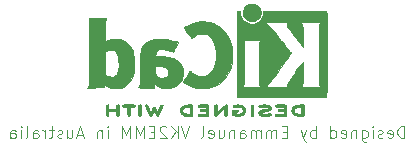
<source format=gbr>
%TF.GenerationSoftware,KiCad,Pcbnew,8.0.5*%
%TF.CreationDate,2024-09-18T15:37:43+10:00*%
%TF.ProjectId,mppt-board,6d707074-2d62-46f6-9172-642e6b696361,rev?*%
%TF.SameCoordinates,Original*%
%TF.FileFunction,Legend,Bot*%
%TF.FilePolarity,Positive*%
%FSLAX46Y46*%
G04 Gerber Fmt 4.6, Leading zero omitted, Abs format (unit mm)*
G04 Created by KiCad (PCBNEW 8.0.5) date 2024-09-18 15:37:43*
%MOMM*%
%LPD*%
G01*
G04 APERTURE LIST*
%ADD10C,0.100000*%
%ADD11C,0.010000*%
%ADD12C,6.400000*%
%ADD13R,2.400000X2.400000*%
%ADD14C,2.400000*%
%ADD15R,1.700000X1.700000*%
%ADD16O,1.700000X1.700000*%
G04 APERTURE END LIST*
D10*
X103446115Y-88372419D02*
X103446115Y-87372419D01*
X103446115Y-87372419D02*
X103208020Y-87372419D01*
X103208020Y-87372419D02*
X103065163Y-87420038D01*
X103065163Y-87420038D02*
X102969925Y-87515276D01*
X102969925Y-87515276D02*
X102922306Y-87610514D01*
X102922306Y-87610514D02*
X102874687Y-87800990D01*
X102874687Y-87800990D02*
X102874687Y-87943847D01*
X102874687Y-87943847D02*
X102922306Y-88134323D01*
X102922306Y-88134323D02*
X102969925Y-88229561D01*
X102969925Y-88229561D02*
X103065163Y-88324800D01*
X103065163Y-88324800D02*
X103208020Y-88372419D01*
X103208020Y-88372419D02*
X103446115Y-88372419D01*
X102065163Y-88324800D02*
X102160401Y-88372419D01*
X102160401Y-88372419D02*
X102350877Y-88372419D01*
X102350877Y-88372419D02*
X102446115Y-88324800D01*
X102446115Y-88324800D02*
X102493734Y-88229561D01*
X102493734Y-88229561D02*
X102493734Y-87848609D01*
X102493734Y-87848609D02*
X102446115Y-87753371D01*
X102446115Y-87753371D02*
X102350877Y-87705752D01*
X102350877Y-87705752D02*
X102160401Y-87705752D01*
X102160401Y-87705752D02*
X102065163Y-87753371D01*
X102065163Y-87753371D02*
X102017544Y-87848609D01*
X102017544Y-87848609D02*
X102017544Y-87943847D01*
X102017544Y-87943847D02*
X102493734Y-88039085D01*
X101636591Y-88324800D02*
X101541353Y-88372419D01*
X101541353Y-88372419D02*
X101350877Y-88372419D01*
X101350877Y-88372419D02*
X101255639Y-88324800D01*
X101255639Y-88324800D02*
X101208020Y-88229561D01*
X101208020Y-88229561D02*
X101208020Y-88181942D01*
X101208020Y-88181942D02*
X101255639Y-88086704D01*
X101255639Y-88086704D02*
X101350877Y-88039085D01*
X101350877Y-88039085D02*
X101493734Y-88039085D01*
X101493734Y-88039085D02*
X101588972Y-87991466D01*
X101588972Y-87991466D02*
X101636591Y-87896228D01*
X101636591Y-87896228D02*
X101636591Y-87848609D01*
X101636591Y-87848609D02*
X101588972Y-87753371D01*
X101588972Y-87753371D02*
X101493734Y-87705752D01*
X101493734Y-87705752D02*
X101350877Y-87705752D01*
X101350877Y-87705752D02*
X101255639Y-87753371D01*
X100779448Y-88372419D02*
X100779448Y-87705752D01*
X100779448Y-87372419D02*
X100827067Y-87420038D01*
X100827067Y-87420038D02*
X100779448Y-87467657D01*
X100779448Y-87467657D02*
X100731829Y-87420038D01*
X100731829Y-87420038D02*
X100779448Y-87372419D01*
X100779448Y-87372419D02*
X100779448Y-87467657D01*
X99874687Y-87705752D02*
X99874687Y-88515276D01*
X99874687Y-88515276D02*
X99922306Y-88610514D01*
X99922306Y-88610514D02*
X99969925Y-88658133D01*
X99969925Y-88658133D02*
X100065163Y-88705752D01*
X100065163Y-88705752D02*
X100208020Y-88705752D01*
X100208020Y-88705752D02*
X100303258Y-88658133D01*
X99874687Y-88324800D02*
X99969925Y-88372419D01*
X99969925Y-88372419D02*
X100160401Y-88372419D01*
X100160401Y-88372419D02*
X100255639Y-88324800D01*
X100255639Y-88324800D02*
X100303258Y-88277180D01*
X100303258Y-88277180D02*
X100350877Y-88181942D01*
X100350877Y-88181942D02*
X100350877Y-87896228D01*
X100350877Y-87896228D02*
X100303258Y-87800990D01*
X100303258Y-87800990D02*
X100255639Y-87753371D01*
X100255639Y-87753371D02*
X100160401Y-87705752D01*
X100160401Y-87705752D02*
X99969925Y-87705752D01*
X99969925Y-87705752D02*
X99874687Y-87753371D01*
X99398496Y-87705752D02*
X99398496Y-88372419D01*
X99398496Y-87800990D02*
X99350877Y-87753371D01*
X99350877Y-87753371D02*
X99255639Y-87705752D01*
X99255639Y-87705752D02*
X99112782Y-87705752D01*
X99112782Y-87705752D02*
X99017544Y-87753371D01*
X99017544Y-87753371D02*
X98969925Y-87848609D01*
X98969925Y-87848609D02*
X98969925Y-88372419D01*
X98112782Y-88324800D02*
X98208020Y-88372419D01*
X98208020Y-88372419D02*
X98398496Y-88372419D01*
X98398496Y-88372419D02*
X98493734Y-88324800D01*
X98493734Y-88324800D02*
X98541353Y-88229561D01*
X98541353Y-88229561D02*
X98541353Y-87848609D01*
X98541353Y-87848609D02*
X98493734Y-87753371D01*
X98493734Y-87753371D02*
X98398496Y-87705752D01*
X98398496Y-87705752D02*
X98208020Y-87705752D01*
X98208020Y-87705752D02*
X98112782Y-87753371D01*
X98112782Y-87753371D02*
X98065163Y-87848609D01*
X98065163Y-87848609D02*
X98065163Y-87943847D01*
X98065163Y-87943847D02*
X98541353Y-88039085D01*
X97208020Y-88372419D02*
X97208020Y-87372419D01*
X97208020Y-88324800D02*
X97303258Y-88372419D01*
X97303258Y-88372419D02*
X97493734Y-88372419D01*
X97493734Y-88372419D02*
X97588972Y-88324800D01*
X97588972Y-88324800D02*
X97636591Y-88277180D01*
X97636591Y-88277180D02*
X97684210Y-88181942D01*
X97684210Y-88181942D02*
X97684210Y-87896228D01*
X97684210Y-87896228D02*
X97636591Y-87800990D01*
X97636591Y-87800990D02*
X97588972Y-87753371D01*
X97588972Y-87753371D02*
X97493734Y-87705752D01*
X97493734Y-87705752D02*
X97303258Y-87705752D01*
X97303258Y-87705752D02*
X97208020Y-87753371D01*
X95969924Y-88372419D02*
X95969924Y-87372419D01*
X95969924Y-87753371D02*
X95874686Y-87705752D01*
X95874686Y-87705752D02*
X95684210Y-87705752D01*
X95684210Y-87705752D02*
X95588972Y-87753371D01*
X95588972Y-87753371D02*
X95541353Y-87800990D01*
X95541353Y-87800990D02*
X95493734Y-87896228D01*
X95493734Y-87896228D02*
X95493734Y-88181942D01*
X95493734Y-88181942D02*
X95541353Y-88277180D01*
X95541353Y-88277180D02*
X95588972Y-88324800D01*
X95588972Y-88324800D02*
X95684210Y-88372419D01*
X95684210Y-88372419D02*
X95874686Y-88372419D01*
X95874686Y-88372419D02*
X95969924Y-88324800D01*
X95160400Y-87705752D02*
X94922305Y-88372419D01*
X94684210Y-87705752D02*
X94922305Y-88372419D01*
X94922305Y-88372419D02*
X95017543Y-88610514D01*
X95017543Y-88610514D02*
X95065162Y-88658133D01*
X95065162Y-88658133D02*
X95160400Y-88705752D01*
X93541352Y-87848609D02*
X93208019Y-87848609D01*
X93065162Y-88372419D02*
X93541352Y-88372419D01*
X93541352Y-88372419D02*
X93541352Y-87372419D01*
X93541352Y-87372419D02*
X93065162Y-87372419D01*
X92636590Y-88372419D02*
X92636590Y-87705752D01*
X92636590Y-87800990D02*
X92588971Y-87753371D01*
X92588971Y-87753371D02*
X92493733Y-87705752D01*
X92493733Y-87705752D02*
X92350876Y-87705752D01*
X92350876Y-87705752D02*
X92255638Y-87753371D01*
X92255638Y-87753371D02*
X92208019Y-87848609D01*
X92208019Y-87848609D02*
X92208019Y-88372419D01*
X92208019Y-87848609D02*
X92160400Y-87753371D01*
X92160400Y-87753371D02*
X92065162Y-87705752D01*
X92065162Y-87705752D02*
X91922305Y-87705752D01*
X91922305Y-87705752D02*
X91827066Y-87753371D01*
X91827066Y-87753371D02*
X91779447Y-87848609D01*
X91779447Y-87848609D02*
X91779447Y-88372419D01*
X91303257Y-88372419D02*
X91303257Y-87705752D01*
X91303257Y-87800990D02*
X91255638Y-87753371D01*
X91255638Y-87753371D02*
X91160400Y-87705752D01*
X91160400Y-87705752D02*
X91017543Y-87705752D01*
X91017543Y-87705752D02*
X90922305Y-87753371D01*
X90922305Y-87753371D02*
X90874686Y-87848609D01*
X90874686Y-87848609D02*
X90874686Y-88372419D01*
X90874686Y-87848609D02*
X90827067Y-87753371D01*
X90827067Y-87753371D02*
X90731829Y-87705752D01*
X90731829Y-87705752D02*
X90588972Y-87705752D01*
X90588972Y-87705752D02*
X90493733Y-87753371D01*
X90493733Y-87753371D02*
X90446114Y-87848609D01*
X90446114Y-87848609D02*
X90446114Y-88372419D01*
X89541353Y-88372419D02*
X89541353Y-87848609D01*
X89541353Y-87848609D02*
X89588972Y-87753371D01*
X89588972Y-87753371D02*
X89684210Y-87705752D01*
X89684210Y-87705752D02*
X89874686Y-87705752D01*
X89874686Y-87705752D02*
X89969924Y-87753371D01*
X89541353Y-88324800D02*
X89636591Y-88372419D01*
X89636591Y-88372419D02*
X89874686Y-88372419D01*
X89874686Y-88372419D02*
X89969924Y-88324800D01*
X89969924Y-88324800D02*
X90017543Y-88229561D01*
X90017543Y-88229561D02*
X90017543Y-88134323D01*
X90017543Y-88134323D02*
X89969924Y-88039085D01*
X89969924Y-88039085D02*
X89874686Y-87991466D01*
X89874686Y-87991466D02*
X89636591Y-87991466D01*
X89636591Y-87991466D02*
X89541353Y-87943847D01*
X89065162Y-87705752D02*
X89065162Y-88372419D01*
X89065162Y-87800990D02*
X89017543Y-87753371D01*
X89017543Y-87753371D02*
X88922305Y-87705752D01*
X88922305Y-87705752D02*
X88779448Y-87705752D01*
X88779448Y-87705752D02*
X88684210Y-87753371D01*
X88684210Y-87753371D02*
X88636591Y-87848609D01*
X88636591Y-87848609D02*
X88636591Y-88372419D01*
X87731829Y-87705752D02*
X87731829Y-88372419D01*
X88160400Y-87705752D02*
X88160400Y-88229561D01*
X88160400Y-88229561D02*
X88112781Y-88324800D01*
X88112781Y-88324800D02*
X88017543Y-88372419D01*
X88017543Y-88372419D02*
X87874686Y-88372419D01*
X87874686Y-88372419D02*
X87779448Y-88324800D01*
X87779448Y-88324800D02*
X87731829Y-88277180D01*
X86874686Y-88324800D02*
X86969924Y-88372419D01*
X86969924Y-88372419D02*
X87160400Y-88372419D01*
X87160400Y-88372419D02*
X87255638Y-88324800D01*
X87255638Y-88324800D02*
X87303257Y-88229561D01*
X87303257Y-88229561D02*
X87303257Y-87848609D01*
X87303257Y-87848609D02*
X87255638Y-87753371D01*
X87255638Y-87753371D02*
X87160400Y-87705752D01*
X87160400Y-87705752D02*
X86969924Y-87705752D01*
X86969924Y-87705752D02*
X86874686Y-87753371D01*
X86874686Y-87753371D02*
X86827067Y-87848609D01*
X86827067Y-87848609D02*
X86827067Y-87943847D01*
X86827067Y-87943847D02*
X87303257Y-88039085D01*
X86255638Y-88372419D02*
X86350876Y-88324800D01*
X86350876Y-88324800D02*
X86398495Y-88229561D01*
X86398495Y-88229561D02*
X86398495Y-87372419D01*
X85255637Y-87372419D02*
X84922304Y-88372419D01*
X84922304Y-88372419D02*
X84588971Y-87372419D01*
X84255637Y-88372419D02*
X84255637Y-87372419D01*
X83684209Y-88372419D02*
X84112780Y-87800990D01*
X83684209Y-87372419D02*
X84255637Y-87943847D01*
X83303256Y-87467657D02*
X83255637Y-87420038D01*
X83255637Y-87420038D02*
X83160399Y-87372419D01*
X83160399Y-87372419D02*
X82922304Y-87372419D01*
X82922304Y-87372419D02*
X82827066Y-87420038D01*
X82827066Y-87420038D02*
X82779447Y-87467657D01*
X82779447Y-87467657D02*
X82731828Y-87562895D01*
X82731828Y-87562895D02*
X82731828Y-87658133D01*
X82731828Y-87658133D02*
X82779447Y-87800990D01*
X82779447Y-87800990D02*
X83350875Y-88372419D01*
X83350875Y-88372419D02*
X82731828Y-88372419D01*
X82303256Y-87848609D02*
X81969923Y-87848609D01*
X81827066Y-88372419D02*
X82303256Y-88372419D01*
X82303256Y-88372419D02*
X82303256Y-87372419D01*
X82303256Y-87372419D02*
X81827066Y-87372419D01*
X81398494Y-88372419D02*
X81398494Y-87372419D01*
X81398494Y-87372419D02*
X81065161Y-88086704D01*
X81065161Y-88086704D02*
X80731828Y-87372419D01*
X80731828Y-87372419D02*
X80731828Y-88372419D01*
X80255637Y-88372419D02*
X80255637Y-87372419D01*
X80255637Y-87372419D02*
X79922304Y-88086704D01*
X79922304Y-88086704D02*
X79588971Y-87372419D01*
X79588971Y-87372419D02*
X79588971Y-88372419D01*
X78350875Y-88372419D02*
X78350875Y-87705752D01*
X78350875Y-87372419D02*
X78398494Y-87420038D01*
X78398494Y-87420038D02*
X78350875Y-87467657D01*
X78350875Y-87467657D02*
X78303256Y-87420038D01*
X78303256Y-87420038D02*
X78350875Y-87372419D01*
X78350875Y-87372419D02*
X78350875Y-87467657D01*
X77874685Y-87705752D02*
X77874685Y-88372419D01*
X77874685Y-87800990D02*
X77827066Y-87753371D01*
X77827066Y-87753371D02*
X77731828Y-87705752D01*
X77731828Y-87705752D02*
X77588971Y-87705752D01*
X77588971Y-87705752D02*
X77493733Y-87753371D01*
X77493733Y-87753371D02*
X77446114Y-87848609D01*
X77446114Y-87848609D02*
X77446114Y-88372419D01*
X76255637Y-88086704D02*
X75779447Y-88086704D01*
X76350875Y-88372419D02*
X76017542Y-87372419D01*
X76017542Y-87372419D02*
X75684209Y-88372419D01*
X74922304Y-87705752D02*
X74922304Y-88372419D01*
X75350875Y-87705752D02*
X75350875Y-88229561D01*
X75350875Y-88229561D02*
X75303256Y-88324800D01*
X75303256Y-88324800D02*
X75208018Y-88372419D01*
X75208018Y-88372419D02*
X75065161Y-88372419D01*
X75065161Y-88372419D02*
X74969923Y-88324800D01*
X74969923Y-88324800D02*
X74922304Y-88277180D01*
X74493732Y-88324800D02*
X74398494Y-88372419D01*
X74398494Y-88372419D02*
X74208018Y-88372419D01*
X74208018Y-88372419D02*
X74112780Y-88324800D01*
X74112780Y-88324800D02*
X74065161Y-88229561D01*
X74065161Y-88229561D02*
X74065161Y-88181942D01*
X74065161Y-88181942D02*
X74112780Y-88086704D01*
X74112780Y-88086704D02*
X74208018Y-88039085D01*
X74208018Y-88039085D02*
X74350875Y-88039085D01*
X74350875Y-88039085D02*
X74446113Y-87991466D01*
X74446113Y-87991466D02*
X74493732Y-87896228D01*
X74493732Y-87896228D02*
X74493732Y-87848609D01*
X74493732Y-87848609D02*
X74446113Y-87753371D01*
X74446113Y-87753371D02*
X74350875Y-87705752D01*
X74350875Y-87705752D02*
X74208018Y-87705752D01*
X74208018Y-87705752D02*
X74112780Y-87753371D01*
X73779446Y-87705752D02*
X73398494Y-87705752D01*
X73636589Y-87372419D02*
X73636589Y-88229561D01*
X73636589Y-88229561D02*
X73588970Y-88324800D01*
X73588970Y-88324800D02*
X73493732Y-88372419D01*
X73493732Y-88372419D02*
X73398494Y-88372419D01*
X73065160Y-88372419D02*
X73065160Y-87705752D01*
X73065160Y-87896228D02*
X73017541Y-87800990D01*
X73017541Y-87800990D02*
X72969922Y-87753371D01*
X72969922Y-87753371D02*
X72874684Y-87705752D01*
X72874684Y-87705752D02*
X72779446Y-87705752D01*
X72017541Y-88372419D02*
X72017541Y-87848609D01*
X72017541Y-87848609D02*
X72065160Y-87753371D01*
X72065160Y-87753371D02*
X72160398Y-87705752D01*
X72160398Y-87705752D02*
X72350874Y-87705752D01*
X72350874Y-87705752D02*
X72446112Y-87753371D01*
X72017541Y-88324800D02*
X72112779Y-88372419D01*
X72112779Y-88372419D02*
X72350874Y-88372419D01*
X72350874Y-88372419D02*
X72446112Y-88324800D01*
X72446112Y-88324800D02*
X72493731Y-88229561D01*
X72493731Y-88229561D02*
X72493731Y-88134323D01*
X72493731Y-88134323D02*
X72446112Y-88039085D01*
X72446112Y-88039085D02*
X72350874Y-87991466D01*
X72350874Y-87991466D02*
X72112779Y-87991466D01*
X72112779Y-87991466D02*
X72017541Y-87943847D01*
X71398493Y-88372419D02*
X71493731Y-88324800D01*
X71493731Y-88324800D02*
X71541350Y-88229561D01*
X71541350Y-88229561D02*
X71541350Y-87372419D01*
X71017540Y-88372419D02*
X71017540Y-87705752D01*
X71017540Y-87372419D02*
X71065159Y-87420038D01*
X71065159Y-87420038D02*
X71017540Y-87467657D01*
X71017540Y-87467657D02*
X70969921Y-87420038D01*
X70969921Y-87420038D02*
X71017540Y-87372419D01*
X71017540Y-87372419D02*
X71017540Y-87467657D01*
X70112779Y-88372419D02*
X70112779Y-87848609D01*
X70112779Y-87848609D02*
X70160398Y-87753371D01*
X70160398Y-87753371D02*
X70255636Y-87705752D01*
X70255636Y-87705752D02*
X70446112Y-87705752D01*
X70446112Y-87705752D02*
X70541350Y-87753371D01*
X70112779Y-88324800D02*
X70208017Y-88372419D01*
X70208017Y-88372419D02*
X70446112Y-88372419D01*
X70446112Y-88372419D02*
X70541350Y-88324800D01*
X70541350Y-88324800D02*
X70588969Y-88229561D01*
X70588969Y-88229561D02*
X70588969Y-88134323D01*
X70588969Y-88134323D02*
X70541350Y-88039085D01*
X70541350Y-88039085D02*
X70446112Y-87991466D01*
X70446112Y-87991466D02*
X70208017Y-87991466D01*
X70208017Y-87991466D02*
X70112779Y-87943847D01*
D11*
%TO.C,REF\u002A\u002A*%
X81066895Y-85540666D02*
X81101140Y-85561566D01*
X81136622Y-85590297D01*
X81136622Y-86452295D01*
X81101140Y-86481026D01*
X81059388Y-86504291D01*
X81011725Y-86505404D01*
X80969869Y-86478120D01*
X80964708Y-86471910D01*
X80957431Y-86459305D01*
X80951830Y-86441090D01*
X80947687Y-86413771D01*
X80944785Y-86373857D01*
X80942907Y-86317854D01*
X80941834Y-86242271D01*
X80941350Y-86143614D01*
X80941237Y-86018390D01*
X80941237Y-85590297D01*
X80976719Y-85561566D01*
X81008289Y-85541901D01*
X81038930Y-85532834D01*
X81066895Y-85540666D01*
G36*
X81066895Y-85540666D02*
G01*
X81101140Y-85561566D01*
X81136622Y-85590297D01*
X81136622Y-86452295D01*
X81101140Y-86481026D01*
X81059388Y-86504291D01*
X81011725Y-86505404D01*
X80969869Y-86478120D01*
X80964708Y-86471910D01*
X80957431Y-86459305D01*
X80951830Y-86441090D01*
X80947687Y-86413771D01*
X80944785Y-86373857D01*
X80942907Y-86317854D01*
X80941834Y-86242271D01*
X80941350Y-86143614D01*
X80941237Y-86018390D01*
X80941237Y-85590297D01*
X80976719Y-85561566D01*
X81008289Y-85541901D01*
X81038930Y-85532834D01*
X81066895Y-85540666D01*
G37*
X90560472Y-85538688D02*
X90605944Y-85569725D01*
X90642835Y-85606616D01*
X90642835Y-86023402D01*
X90642780Y-86135276D01*
X90642436Y-86234092D01*
X90641543Y-86309650D01*
X90639842Y-86365528D01*
X90637074Y-86405306D01*
X90632981Y-86432560D01*
X90627302Y-86450871D01*
X90619781Y-86463815D01*
X90610156Y-86474972D01*
X90568267Y-86503549D01*
X90521449Y-86505900D01*
X90477510Y-86479698D01*
X90470444Y-86471885D01*
X90463189Y-86459791D01*
X90457643Y-86442029D01*
X90453576Y-86415114D01*
X90450762Y-86375562D01*
X90448970Y-86319889D01*
X90447974Y-86244609D01*
X90447543Y-86146240D01*
X90447450Y-86021296D01*
X90447503Y-85920564D01*
X90447842Y-85816838D01*
X90448700Y-85736943D01*
X90450303Y-85677395D01*
X90452881Y-85634708D01*
X90456662Y-85605399D01*
X90461875Y-85585983D01*
X90468748Y-85572976D01*
X90477510Y-85562894D01*
X90516363Y-85537569D01*
X90560472Y-85538688D01*
G36*
X90560472Y-85538688D02*
G01*
X90605944Y-85569725D01*
X90642835Y-85606616D01*
X90642835Y-86023402D01*
X90642780Y-86135276D01*
X90642436Y-86234092D01*
X90641543Y-86309650D01*
X90639842Y-86365528D01*
X90637074Y-86405306D01*
X90632981Y-86432560D01*
X90627302Y-86450871D01*
X90619781Y-86463815D01*
X90610156Y-86474972D01*
X90568267Y-86503549D01*
X90521449Y-86505900D01*
X90477510Y-86479698D01*
X90470444Y-86471885D01*
X90463189Y-86459791D01*
X90457643Y-86442029D01*
X90453576Y-86415114D01*
X90450762Y-86375562D01*
X90448970Y-86319889D01*
X90447974Y-86244609D01*
X90447543Y-86146240D01*
X90447450Y-86021296D01*
X90447503Y-85920564D01*
X90447842Y-85816838D01*
X90448700Y-85736943D01*
X90450303Y-85677395D01*
X90452881Y-85634708D01*
X90456662Y-85605399D01*
X90461875Y-85585983D01*
X90468748Y-85572976D01*
X90477510Y-85562894D01*
X90516363Y-85537569D01*
X90560472Y-85538688D01*
G37*
X90646230Y-76997263D02*
X90785672Y-77031429D01*
X90917848Y-77092749D01*
X91038592Y-77181234D01*
X91143739Y-77296894D01*
X91229123Y-77439737D01*
X91252014Y-77490057D01*
X91270559Y-77541060D01*
X91280965Y-77592048D01*
X91285526Y-77655115D01*
X91286536Y-77742353D01*
X91285925Y-77814963D01*
X91282243Y-77881694D01*
X91273215Y-77933758D01*
X91256587Y-77983110D01*
X91230105Y-78041710D01*
X91222445Y-78057326D01*
X91131899Y-78200317D01*
X91018018Y-78317967D01*
X90884034Y-78407513D01*
X90733179Y-78466196D01*
X90655774Y-78482571D01*
X90498742Y-78490234D01*
X90346646Y-78465440D01*
X90203947Y-78410730D01*
X90075105Y-78328647D01*
X89964579Y-78221733D01*
X89876829Y-78092531D01*
X89816316Y-77943582D01*
X89794176Y-77821689D01*
X89792181Y-77687175D01*
X89810188Y-77556332D01*
X89847339Y-77442996D01*
X89890265Y-77361967D01*
X89985826Y-77233411D01*
X90099114Y-77131951D01*
X90225964Y-77057596D01*
X90362211Y-77010357D01*
X90503688Y-76990242D01*
X90646230Y-76997263D01*
G36*
X90646230Y-76997263D02*
G01*
X90785672Y-77031429D01*
X90917848Y-77092749D01*
X91038592Y-77181234D01*
X91143739Y-77296894D01*
X91229123Y-77439737D01*
X91252014Y-77490057D01*
X91270559Y-77541060D01*
X91280965Y-77592048D01*
X91285526Y-77655115D01*
X91286536Y-77742353D01*
X91285925Y-77814963D01*
X91282243Y-77881694D01*
X91273215Y-77933758D01*
X91256587Y-77983110D01*
X91230105Y-78041710D01*
X91222445Y-78057326D01*
X91131899Y-78200317D01*
X91018018Y-78317967D01*
X90884034Y-78407513D01*
X90733179Y-78466196D01*
X90655774Y-78482571D01*
X90498742Y-78490234D01*
X90346646Y-78465440D01*
X90203947Y-78410730D01*
X90075105Y-78328647D01*
X89964579Y-78221733D01*
X89876829Y-78092531D01*
X89816316Y-77943582D01*
X89794176Y-77821689D01*
X89792181Y-77687175D01*
X89810188Y-77556332D01*
X89847339Y-77442996D01*
X89890265Y-77361967D01*
X89985826Y-77233411D01*
X90099114Y-77131951D01*
X90225964Y-77057596D01*
X90362211Y-77010357D01*
X90503688Y-76990242D01*
X90646230Y-76997263D01*
G37*
X80135424Y-85532836D02*
X80260736Y-85532956D01*
X80359941Y-85533408D01*
X80436371Y-85534396D01*
X80493352Y-85536121D01*
X80534216Y-85538785D01*
X80562290Y-85542593D01*
X80580905Y-85547745D01*
X80593389Y-85554444D01*
X80603072Y-85562894D01*
X80628109Y-85606453D01*
X80630035Y-85656481D01*
X80608257Y-85700734D01*
X80606446Y-85702669D01*
X80591531Y-85713800D01*
X80568761Y-85721195D01*
X80532589Y-85725581D01*
X80477466Y-85727680D01*
X80397843Y-85728219D01*
X80212302Y-85728219D01*
X80212302Y-86079387D01*
X80212202Y-86180342D01*
X80211659Y-86269098D01*
X80210351Y-86335379D01*
X80207960Y-86383197D01*
X80204164Y-86416570D01*
X80198645Y-86439510D01*
X80191081Y-86456034D01*
X80181152Y-86470157D01*
X80178103Y-86473893D01*
X80136593Y-86504038D01*
X80090822Y-86506120D01*
X80046977Y-86479698D01*
X80037686Y-86468947D01*
X80030401Y-86454836D01*
X80025049Y-86433743D01*
X80021333Y-86401822D01*
X80018957Y-86355226D01*
X80017627Y-86290109D01*
X80017046Y-86202625D01*
X80016918Y-86088929D01*
X80016918Y-85728219D01*
X79822624Y-85728219D01*
X79807846Y-85728218D01*
X79732601Y-85727918D01*
X79680885Y-85726401D01*
X79647078Y-85722674D01*
X79625561Y-85715742D01*
X79610714Y-85704610D01*
X79596917Y-85688284D01*
X79575819Y-85647427D01*
X79579949Y-85602453D01*
X79614090Y-85559136D01*
X79620668Y-85554187D01*
X79634262Y-85547749D01*
X79654799Y-85542738D01*
X79685582Y-85538981D01*
X79729913Y-85536300D01*
X79791094Y-85534520D01*
X79872428Y-85533467D01*
X79977216Y-85532963D01*
X80108760Y-85532834D01*
X80135424Y-85532836D01*
G36*
X80135424Y-85532836D02*
G01*
X80260736Y-85532956D01*
X80359941Y-85533408D01*
X80436371Y-85534396D01*
X80493352Y-85536121D01*
X80534216Y-85538785D01*
X80562290Y-85542593D01*
X80580905Y-85547745D01*
X80593389Y-85554444D01*
X80603072Y-85562894D01*
X80628109Y-85606453D01*
X80630035Y-85656481D01*
X80608257Y-85700734D01*
X80606446Y-85702669D01*
X80591531Y-85713800D01*
X80568761Y-85721195D01*
X80532589Y-85725581D01*
X80477466Y-85727680D01*
X80397843Y-85728219D01*
X80212302Y-85728219D01*
X80212302Y-86079387D01*
X80212202Y-86180342D01*
X80211659Y-86269098D01*
X80210351Y-86335379D01*
X80207960Y-86383197D01*
X80204164Y-86416570D01*
X80198645Y-86439510D01*
X80191081Y-86456034D01*
X80181152Y-86470157D01*
X80178103Y-86473893D01*
X80136593Y-86504038D01*
X80090822Y-86506120D01*
X80046977Y-86479698D01*
X80037686Y-86468947D01*
X80030401Y-86454836D01*
X80025049Y-86433743D01*
X80021333Y-86401822D01*
X80018957Y-86355226D01*
X80017627Y-86290109D01*
X80017046Y-86202625D01*
X80016918Y-86088929D01*
X80016918Y-85728219D01*
X79822624Y-85728219D01*
X79807846Y-85728218D01*
X79732601Y-85727918D01*
X79680885Y-85726401D01*
X79647078Y-85722674D01*
X79625561Y-85715742D01*
X79610714Y-85704610D01*
X79596917Y-85688284D01*
X79575819Y-85647427D01*
X79579949Y-85602453D01*
X79614090Y-85559136D01*
X79620668Y-85554187D01*
X79634262Y-85547749D01*
X79654799Y-85542738D01*
X79685582Y-85538981D01*
X79729913Y-85536300D01*
X79791094Y-85534520D01*
X79872428Y-85533467D01*
X79977216Y-85532963D01*
X80108760Y-85532834D01*
X80135424Y-85532836D01*
G37*
X79235379Y-85562894D02*
X79242878Y-85571135D01*
X79249655Y-85582060D01*
X79255095Y-85597739D01*
X79259327Y-85620983D01*
X79262477Y-85654605D01*
X79264675Y-85701416D01*
X79266048Y-85764227D01*
X79266725Y-85845851D01*
X79266833Y-85949098D01*
X79266501Y-86076781D01*
X79265857Y-86231710D01*
X79265765Y-86250582D01*
X79264985Y-86332810D01*
X79263224Y-86390968D01*
X79259835Y-86430084D01*
X79254170Y-86455185D01*
X79245581Y-86471300D01*
X79233420Y-86483456D01*
X79188876Y-86506644D01*
X79142347Y-86502781D01*
X79101204Y-86470157D01*
X79089209Y-86452579D01*
X79079289Y-86427901D01*
X79073474Y-86393248D01*
X79070738Y-86341929D01*
X79070054Y-86267257D01*
X79070054Y-86103959D01*
X78408752Y-86103959D01*
X78408752Y-86283462D01*
X78408655Y-86331112D01*
X78407640Y-86392794D01*
X78404742Y-86433446D01*
X78399021Y-86458782D01*
X78389537Y-86474516D01*
X78375349Y-86486361D01*
X78332411Y-86506424D01*
X78285432Y-86502873D01*
X78244518Y-86470157D01*
X78238319Y-86461829D01*
X78230417Y-86447818D01*
X78224384Y-86429272D01*
X78219970Y-86402547D01*
X78216922Y-86363994D01*
X78214990Y-86309968D01*
X78213921Y-86236822D01*
X78213464Y-86140910D01*
X78213368Y-86018586D01*
X78213368Y-85606616D01*
X78250258Y-85569725D01*
X78292034Y-85540112D01*
X78336274Y-85536531D01*
X78378693Y-85562894D01*
X78389724Y-85575902D01*
X78399592Y-85597060D01*
X78405367Y-85628969D01*
X78408077Y-85678060D01*
X78408752Y-85750763D01*
X78408752Y-85908574D01*
X79070054Y-85908574D01*
X79070054Y-85754784D01*
X79070637Y-85685957D01*
X79073252Y-85639992D01*
X79079264Y-85609935D01*
X79090040Y-85588831D01*
X79106945Y-85569725D01*
X79148721Y-85540112D01*
X79192960Y-85536531D01*
X79235379Y-85562894D01*
G36*
X79235379Y-85562894D02*
G01*
X79242878Y-85571135D01*
X79249655Y-85582060D01*
X79255095Y-85597739D01*
X79259327Y-85620983D01*
X79262477Y-85654605D01*
X79264675Y-85701416D01*
X79266048Y-85764227D01*
X79266725Y-85845851D01*
X79266833Y-85949098D01*
X79266501Y-86076781D01*
X79265857Y-86231710D01*
X79265765Y-86250582D01*
X79264985Y-86332810D01*
X79263224Y-86390968D01*
X79259835Y-86430084D01*
X79254170Y-86455185D01*
X79245581Y-86471300D01*
X79233420Y-86483456D01*
X79188876Y-86506644D01*
X79142347Y-86502781D01*
X79101204Y-86470157D01*
X79089209Y-86452579D01*
X79079289Y-86427901D01*
X79073474Y-86393248D01*
X79070738Y-86341929D01*
X79070054Y-86267257D01*
X79070054Y-86103959D01*
X78408752Y-86103959D01*
X78408752Y-86283462D01*
X78408655Y-86331112D01*
X78407640Y-86392794D01*
X78404742Y-86433446D01*
X78399021Y-86458782D01*
X78389537Y-86474516D01*
X78375349Y-86486361D01*
X78332411Y-86506424D01*
X78285432Y-86502873D01*
X78244518Y-86470157D01*
X78238319Y-86461829D01*
X78230417Y-86447818D01*
X78224384Y-86429272D01*
X78219970Y-86402547D01*
X78216922Y-86363994D01*
X78214990Y-86309968D01*
X78213921Y-86236822D01*
X78213464Y-86140910D01*
X78213368Y-86018586D01*
X78213368Y-85606616D01*
X78250258Y-85569725D01*
X78292034Y-85540112D01*
X78336274Y-85536531D01*
X78378693Y-85562894D01*
X78389724Y-85575902D01*
X78399592Y-85597060D01*
X78405367Y-85628969D01*
X78408077Y-85678060D01*
X78408752Y-85750763D01*
X78408752Y-85908574D01*
X79070054Y-85908574D01*
X79070054Y-85754784D01*
X79070637Y-85685957D01*
X79073252Y-85639992D01*
X79079264Y-85609935D01*
X79090040Y-85588831D01*
X79106945Y-85569725D01*
X79148721Y-85540112D01*
X79192960Y-85536531D01*
X79235379Y-85562894D01*
G37*
X85499964Y-86346735D02*
X85497342Y-86390374D01*
X85493443Y-86420890D01*
X85488015Y-86441928D01*
X85480807Y-86457135D01*
X85471567Y-86470157D01*
X85440417Y-86509758D01*
X85219821Y-86508967D01*
X85173495Y-86508570D01*
X85042378Y-86504003D01*
X84934589Y-86493775D01*
X84845262Y-86477056D01*
X84769530Y-86453019D01*
X84702527Y-86420833D01*
X84698055Y-86418281D01*
X84621087Y-86369396D01*
X84564698Y-86320181D01*
X84521008Y-86262286D01*
X84482132Y-86187361D01*
X84476432Y-86174559D01*
X84446373Y-86090436D01*
X84438738Y-86029786D01*
X84637437Y-86029786D01*
X84644910Y-86062708D01*
X84652533Y-86083848D01*
X84696375Y-86163607D01*
X84759399Y-86224521D01*
X84844294Y-86268636D01*
X84953744Y-86297999D01*
X84957463Y-86298667D01*
X85019086Y-86306605D01*
X85094170Y-86312234D01*
X85167311Y-86314373D01*
X85292302Y-86314373D01*
X85292302Y-85728219D01*
X85175823Y-85728816D01*
X85086729Y-85732112D01*
X84963714Y-85747092D01*
X84858117Y-85773106D01*
X84775606Y-85809018D01*
X84734414Y-85836615D01*
X84696976Y-85876244D01*
X84665903Y-85932731D01*
X84656414Y-85953988D01*
X84640672Y-85997260D01*
X84637437Y-86029786D01*
X84438738Y-86029786D01*
X84437092Y-86016708D01*
X84448544Y-85943448D01*
X84480685Y-85860728D01*
X84481744Y-85858474D01*
X84535600Y-85766048D01*
X84603079Y-85690695D01*
X84686590Y-85631359D01*
X84788540Y-85586987D01*
X84911338Y-85556525D01*
X85057392Y-85538917D01*
X85229110Y-85533111D01*
X85233865Y-85533105D01*
X85313774Y-85533291D01*
X85369599Y-85534671D01*
X85407028Y-85538125D01*
X85431750Y-85544532D01*
X85449453Y-85554772D01*
X85465826Y-85569725D01*
X85502717Y-85606616D01*
X85502717Y-86018586D01*
X85502683Y-86100605D01*
X85502383Y-86205496D01*
X85501561Y-86286324D01*
X85500819Y-86314373D01*
X85499964Y-86346735D01*
G36*
X85499964Y-86346735D02*
G01*
X85497342Y-86390374D01*
X85493443Y-86420890D01*
X85488015Y-86441928D01*
X85480807Y-86457135D01*
X85471567Y-86470157D01*
X85440417Y-86509758D01*
X85219821Y-86508967D01*
X85173495Y-86508570D01*
X85042378Y-86504003D01*
X84934589Y-86493775D01*
X84845262Y-86477056D01*
X84769530Y-86453019D01*
X84702527Y-86420833D01*
X84698055Y-86418281D01*
X84621087Y-86369396D01*
X84564698Y-86320181D01*
X84521008Y-86262286D01*
X84482132Y-86187361D01*
X84476432Y-86174559D01*
X84446373Y-86090436D01*
X84438738Y-86029786D01*
X84637437Y-86029786D01*
X84644910Y-86062708D01*
X84652533Y-86083848D01*
X84696375Y-86163607D01*
X84759399Y-86224521D01*
X84844294Y-86268636D01*
X84953744Y-86297999D01*
X84957463Y-86298667D01*
X85019086Y-86306605D01*
X85094170Y-86312234D01*
X85167311Y-86314373D01*
X85292302Y-86314373D01*
X85292302Y-85728219D01*
X85175823Y-85728816D01*
X85086729Y-85732112D01*
X84963714Y-85747092D01*
X84858117Y-85773106D01*
X84775606Y-85809018D01*
X84734414Y-85836615D01*
X84696976Y-85876244D01*
X84665903Y-85932731D01*
X84656414Y-85953988D01*
X84640672Y-85997260D01*
X84637437Y-86029786D01*
X84438738Y-86029786D01*
X84437092Y-86016708D01*
X84448544Y-85943448D01*
X84480685Y-85860728D01*
X84481744Y-85858474D01*
X84535600Y-85766048D01*
X84603079Y-85690695D01*
X84686590Y-85631359D01*
X84788540Y-85586987D01*
X84911338Y-85556525D01*
X85057392Y-85538917D01*
X85229110Y-85533111D01*
X85233865Y-85533105D01*
X85313774Y-85533291D01*
X85369599Y-85534671D01*
X85407028Y-85538125D01*
X85431750Y-85544532D01*
X85449453Y-85554772D01*
X85465826Y-85569725D01*
X85502717Y-85606616D01*
X85502717Y-86018586D01*
X85502683Y-86100605D01*
X85502383Y-86205496D01*
X85501561Y-86286324D01*
X85500819Y-86314373D01*
X85499964Y-86346735D01*
G37*
X94941555Y-85779616D02*
X94941627Y-85886943D01*
X94941296Y-86021296D01*
X94941244Y-86122029D01*
X94940904Y-86225754D01*
X94940047Y-86305649D01*
X94938444Y-86365197D01*
X94935866Y-86407884D01*
X94932085Y-86437193D01*
X94926872Y-86456609D01*
X94919999Y-86469616D01*
X94911237Y-86479698D01*
X94901961Y-86487998D01*
X94884656Y-86497717D01*
X94859163Y-86504046D01*
X94820016Y-86507690D01*
X94761748Y-86509359D01*
X94678893Y-86509758D01*
X94613727Y-86509258D01*
X94471459Y-86503362D01*
X94352664Y-86489932D01*
X94253081Y-86467847D01*
X94168445Y-86435987D01*
X94094493Y-86393232D01*
X94026960Y-86338462D01*
X94018988Y-86330670D01*
X93969904Y-86266087D01*
X93928500Y-86185129D01*
X93899898Y-86099598D01*
X93892867Y-86048017D01*
X94088867Y-86048017D01*
X94113207Y-86115830D01*
X94152709Y-86176962D01*
X94214879Y-86233424D01*
X94296610Y-86273102D01*
X94401983Y-86298579D01*
X94403967Y-86298896D01*
X94469165Y-86306607D01*
X94547308Y-86312120D01*
X94621918Y-86314259D01*
X94745912Y-86314373D01*
X94745912Y-85728219D01*
X94644462Y-85728200D01*
X94640431Y-85728212D01*
X94572372Y-85730828D01*
X94492354Y-85737118D01*
X94416854Y-85745810D01*
X94350342Y-85758187D01*
X94250820Y-85793159D01*
X94174255Y-85845480D01*
X94119002Y-85916089D01*
X94090754Y-85984343D01*
X94088867Y-86048017D01*
X93892867Y-86048017D01*
X93889225Y-86021296D01*
X93890928Y-85993049D01*
X93907320Y-85916608D01*
X93937314Y-85836845D01*
X93976230Y-85764886D01*
X94019388Y-85711857D01*
X94045405Y-85689193D01*
X94118246Y-85637021D01*
X94198531Y-85596907D01*
X94290656Y-85567670D01*
X94399018Y-85548123D01*
X94528012Y-85537084D01*
X94682036Y-85533368D01*
X94734601Y-85532833D01*
X94795459Y-85532283D01*
X94843122Y-85534685D01*
X94879190Y-85543049D01*
X94905261Y-85560384D01*
X94922934Y-85589699D01*
X94933808Y-85634003D01*
X94939483Y-85696305D01*
X94940277Y-85728219D01*
X94941555Y-85779616D01*
G36*
X94941555Y-85779616D02*
G01*
X94941627Y-85886943D01*
X94941296Y-86021296D01*
X94941244Y-86122029D01*
X94940904Y-86225754D01*
X94940047Y-86305649D01*
X94938444Y-86365197D01*
X94935866Y-86407884D01*
X94932085Y-86437193D01*
X94926872Y-86456609D01*
X94919999Y-86469616D01*
X94911237Y-86479698D01*
X94901961Y-86487998D01*
X94884656Y-86497717D01*
X94859163Y-86504046D01*
X94820016Y-86507690D01*
X94761748Y-86509359D01*
X94678893Y-86509758D01*
X94613727Y-86509258D01*
X94471459Y-86503362D01*
X94352664Y-86489932D01*
X94253081Y-86467847D01*
X94168445Y-86435987D01*
X94094493Y-86393232D01*
X94026960Y-86338462D01*
X94018988Y-86330670D01*
X93969904Y-86266087D01*
X93928500Y-86185129D01*
X93899898Y-86099598D01*
X93892867Y-86048017D01*
X94088867Y-86048017D01*
X94113207Y-86115830D01*
X94152709Y-86176962D01*
X94214879Y-86233424D01*
X94296610Y-86273102D01*
X94401983Y-86298579D01*
X94403967Y-86298896D01*
X94469165Y-86306607D01*
X94547308Y-86312120D01*
X94621918Y-86314259D01*
X94745912Y-86314373D01*
X94745912Y-85728219D01*
X94644462Y-85728200D01*
X94640431Y-85728212D01*
X94572372Y-85730828D01*
X94492354Y-85737118D01*
X94416854Y-85745810D01*
X94350342Y-85758187D01*
X94250820Y-85793159D01*
X94174255Y-85845480D01*
X94119002Y-85916089D01*
X94090754Y-85984343D01*
X94088867Y-86048017D01*
X93892867Y-86048017D01*
X93889225Y-86021296D01*
X93890928Y-85993049D01*
X93907320Y-85916608D01*
X93937314Y-85836845D01*
X93976230Y-85764886D01*
X94019388Y-85711857D01*
X94045405Y-85689193D01*
X94118246Y-85637021D01*
X94198531Y-85596907D01*
X94290656Y-85567670D01*
X94399018Y-85548123D01*
X94528012Y-85537084D01*
X94682036Y-85533368D01*
X94734601Y-85532833D01*
X94795459Y-85532283D01*
X94843122Y-85534685D01*
X94879190Y-85543049D01*
X94905261Y-85560384D01*
X94922934Y-85589699D01*
X94933808Y-85634003D01*
X94939483Y-85696305D01*
X94940277Y-85728219D01*
X94941555Y-85779616D01*
G37*
X88358077Y-85531270D02*
X88373265Y-85539441D01*
X88387309Y-85553636D01*
X88402336Y-85572435D01*
X88408264Y-85580372D01*
X88416250Y-85594344D01*
X88422347Y-85612751D01*
X88426809Y-85639251D01*
X88429890Y-85677507D01*
X88431844Y-85731179D01*
X88432926Y-85803927D01*
X88433388Y-85899412D01*
X88433486Y-86021296D01*
X88433455Y-86099221D01*
X88433165Y-86204515D01*
X88432354Y-86285651D01*
X88430768Y-86346290D01*
X88428155Y-86390093D01*
X88424259Y-86420720D01*
X88418826Y-86441833D01*
X88411603Y-86457091D01*
X88402336Y-86470157D01*
X88361824Y-86502633D01*
X88315303Y-86506466D01*
X88266068Y-86481050D01*
X88260498Y-86476424D01*
X88249613Y-86465070D01*
X88241544Y-86449692D01*
X88235709Y-86425950D01*
X88231526Y-86389508D01*
X88228414Y-86336028D01*
X88225790Y-86261171D01*
X88223072Y-86160601D01*
X88215557Y-85868859D01*
X87862362Y-86189238D01*
X87764062Y-86278142D01*
X87677284Y-86355515D01*
X87607795Y-86415370D01*
X87553110Y-86459201D01*
X87510747Y-86488501D01*
X87478225Y-86504764D01*
X87453059Y-86509484D01*
X87432768Y-86504155D01*
X87414869Y-86490270D01*
X87396880Y-86469323D01*
X87388565Y-86458029D01*
X87381067Y-86443947D01*
X87375461Y-86425097D01*
X87371531Y-86397867D01*
X87369061Y-86358645D01*
X87367837Y-86303818D01*
X87367644Y-86229772D01*
X87368266Y-86132895D01*
X87369487Y-86009574D01*
X87373900Y-85590259D01*
X87409382Y-85561547D01*
X87444084Y-85539990D01*
X87487830Y-85536301D01*
X87533803Y-85561534D01*
X87539544Y-85566306D01*
X87550371Y-85577662D01*
X87558398Y-85593095D01*
X87564203Y-85616934D01*
X87568367Y-85653508D01*
X87571469Y-85707146D01*
X87574086Y-85782178D01*
X87576799Y-85882932D01*
X87584314Y-86175631D01*
X87824788Y-85957562D01*
X87940267Y-85852872D01*
X88041146Y-85761816D01*
X88123872Y-85688126D01*
X88190571Y-85630384D01*
X88243369Y-85587173D01*
X88284392Y-85557073D01*
X88315767Y-85538668D01*
X88339620Y-85530540D01*
X88358077Y-85531270D01*
G36*
X88358077Y-85531270D02*
G01*
X88373265Y-85539441D01*
X88387309Y-85553636D01*
X88402336Y-85572435D01*
X88408264Y-85580372D01*
X88416250Y-85594344D01*
X88422347Y-85612751D01*
X88426809Y-85639251D01*
X88429890Y-85677507D01*
X88431844Y-85731179D01*
X88432926Y-85803927D01*
X88433388Y-85899412D01*
X88433486Y-86021296D01*
X88433455Y-86099221D01*
X88433165Y-86204515D01*
X88432354Y-86285651D01*
X88430768Y-86346290D01*
X88428155Y-86390093D01*
X88424259Y-86420720D01*
X88418826Y-86441833D01*
X88411603Y-86457091D01*
X88402336Y-86470157D01*
X88361824Y-86502633D01*
X88315303Y-86506466D01*
X88266068Y-86481050D01*
X88260498Y-86476424D01*
X88249613Y-86465070D01*
X88241544Y-86449692D01*
X88235709Y-86425950D01*
X88231526Y-86389508D01*
X88228414Y-86336028D01*
X88225790Y-86261171D01*
X88223072Y-86160601D01*
X88215557Y-85868859D01*
X87862362Y-86189238D01*
X87764062Y-86278142D01*
X87677284Y-86355515D01*
X87607795Y-86415370D01*
X87553110Y-86459201D01*
X87510747Y-86488501D01*
X87478225Y-86504764D01*
X87453059Y-86509484D01*
X87432768Y-86504155D01*
X87414869Y-86490270D01*
X87396880Y-86469323D01*
X87388565Y-86458029D01*
X87381067Y-86443947D01*
X87375461Y-86425097D01*
X87371531Y-86397867D01*
X87369061Y-86358645D01*
X87367837Y-86303818D01*
X87367644Y-86229772D01*
X87368266Y-86132895D01*
X87369487Y-86009574D01*
X87373900Y-85590259D01*
X87409382Y-85561547D01*
X87444084Y-85539990D01*
X87487830Y-85536301D01*
X87533803Y-85561534D01*
X87539544Y-85566306D01*
X87550371Y-85577662D01*
X87558398Y-85593095D01*
X87564203Y-85616934D01*
X87568367Y-85653508D01*
X87571469Y-85707146D01*
X87574086Y-85782178D01*
X87576799Y-85882932D01*
X87584314Y-86175631D01*
X87824788Y-85957562D01*
X87940267Y-85852872D01*
X88041146Y-85761816D01*
X88123872Y-85688126D01*
X88190571Y-85630384D01*
X88243369Y-85587173D01*
X88284392Y-85557073D01*
X88315767Y-85538668D01*
X88339620Y-85530540D01*
X88358077Y-85531270D01*
G37*
X89419514Y-85539641D02*
X89560647Y-85561362D01*
X89685545Y-85598709D01*
X89790450Y-85650507D01*
X89871602Y-85715586D01*
X89906311Y-85759337D01*
X89945596Y-85824838D01*
X89979242Y-85896543D01*
X90002740Y-85964665D01*
X90011581Y-86019417D01*
X90009504Y-86045665D01*
X89992274Y-86114007D01*
X89961436Y-86189264D01*
X89921639Y-86261046D01*
X89877533Y-86318966D01*
X89863958Y-86332743D01*
X89774643Y-86401674D01*
X89667967Y-86454786D01*
X89553190Y-86487273D01*
X89480013Y-86498073D01*
X89355593Y-86506866D01*
X89236063Y-86504087D01*
X89126239Y-86490447D01*
X89030937Y-86466656D01*
X88954972Y-86433422D01*
X88903160Y-86391457D01*
X88901329Y-86388827D01*
X88891893Y-86355242D01*
X88886249Y-86292334D01*
X88884373Y-86199852D01*
X88885518Y-86116998D01*
X88891802Y-86053915D01*
X88907365Y-86011174D01*
X88936348Y-85985143D01*
X88982891Y-85972188D01*
X89051134Y-85968677D01*
X89145217Y-85970978D01*
X89209948Y-85974988D01*
X89276777Y-85985895D01*
X89320038Y-86004605D01*
X89343282Y-86032877D01*
X89350060Y-86072472D01*
X89349919Y-86078518D01*
X89338333Y-86124841D01*
X89306368Y-86156018D01*
X89251429Y-86173592D01*
X89170924Y-86179107D01*
X89079758Y-86179107D01*
X89079758Y-86230167D01*
X89079825Y-86242330D01*
X89082781Y-86265297D01*
X89095119Y-86279002D01*
X89123585Y-86288238D01*
X89174924Y-86297800D01*
X89182212Y-86299044D01*
X89311288Y-86312229D01*
X89431099Y-86308342D01*
X89538817Y-86288731D01*
X89631611Y-86254741D01*
X89706653Y-86207717D01*
X89761113Y-86149005D01*
X89792163Y-86079951D01*
X89796972Y-86001902D01*
X89789625Y-85963432D01*
X89754100Y-85889023D01*
X89692606Y-85828234D01*
X89606092Y-85781855D01*
X89495507Y-85750676D01*
X89462656Y-85744753D01*
X89343727Y-85730775D01*
X89237475Y-85732411D01*
X89133506Y-85749633D01*
X89086717Y-85758672D01*
X89026223Y-85760027D01*
X88984532Y-85743343D01*
X88957700Y-85707680D01*
X88949201Y-85670073D01*
X88961831Y-85628502D01*
X88974251Y-85610628D01*
X89019829Y-85579299D01*
X89089888Y-85555506D01*
X89181109Y-85540200D01*
X89290172Y-85534333D01*
X89419514Y-85539641D01*
G36*
X89419514Y-85539641D02*
G01*
X89560647Y-85561362D01*
X89685545Y-85598709D01*
X89790450Y-85650507D01*
X89871602Y-85715586D01*
X89906311Y-85759337D01*
X89945596Y-85824838D01*
X89979242Y-85896543D01*
X90002740Y-85964665D01*
X90011581Y-86019417D01*
X90009504Y-86045665D01*
X89992274Y-86114007D01*
X89961436Y-86189264D01*
X89921639Y-86261046D01*
X89877533Y-86318966D01*
X89863958Y-86332743D01*
X89774643Y-86401674D01*
X89667967Y-86454786D01*
X89553190Y-86487273D01*
X89480013Y-86498073D01*
X89355593Y-86506866D01*
X89236063Y-86504087D01*
X89126239Y-86490447D01*
X89030937Y-86466656D01*
X88954972Y-86433422D01*
X88903160Y-86391457D01*
X88901329Y-86388827D01*
X88891893Y-86355242D01*
X88886249Y-86292334D01*
X88884373Y-86199852D01*
X88885518Y-86116998D01*
X88891802Y-86053915D01*
X88907365Y-86011174D01*
X88936348Y-85985143D01*
X88982891Y-85972188D01*
X89051134Y-85968677D01*
X89145217Y-85970978D01*
X89209948Y-85974988D01*
X89276777Y-85985895D01*
X89320038Y-86004605D01*
X89343282Y-86032877D01*
X89350060Y-86072472D01*
X89349919Y-86078518D01*
X89338333Y-86124841D01*
X89306368Y-86156018D01*
X89251429Y-86173592D01*
X89170924Y-86179107D01*
X89079758Y-86179107D01*
X89079758Y-86230167D01*
X89079825Y-86242330D01*
X89082781Y-86265297D01*
X89095119Y-86279002D01*
X89123585Y-86288238D01*
X89174924Y-86297800D01*
X89182212Y-86299044D01*
X89311288Y-86312229D01*
X89431099Y-86308342D01*
X89538817Y-86288731D01*
X89631611Y-86254741D01*
X89706653Y-86207717D01*
X89761113Y-86149005D01*
X89792163Y-86079951D01*
X89796972Y-86001902D01*
X89789625Y-85963432D01*
X89754100Y-85889023D01*
X89692606Y-85828234D01*
X89606092Y-85781855D01*
X89495507Y-85750676D01*
X89462656Y-85744753D01*
X89343727Y-85730775D01*
X89237475Y-85732411D01*
X89133506Y-85749633D01*
X89086717Y-85758672D01*
X89026223Y-85760027D01*
X88984532Y-85743343D01*
X88957700Y-85707680D01*
X88949201Y-85670073D01*
X88961831Y-85628502D01*
X88974251Y-85610628D01*
X89019829Y-85579299D01*
X89089888Y-85555506D01*
X89181109Y-85540200D01*
X89290172Y-85534333D01*
X89419514Y-85539641D01*
G37*
X86824229Y-85572435D02*
X86830818Y-85581334D01*
X86838599Y-85595408D01*
X86844538Y-85614163D01*
X86848884Y-85641223D01*
X86851883Y-85680214D01*
X86853785Y-85734763D01*
X86854836Y-85808493D01*
X86855285Y-85905032D01*
X86855379Y-86028004D01*
X86855341Y-86115763D01*
X86855032Y-86220031D01*
X86854206Y-86300269D01*
X86852618Y-86360045D01*
X86850025Y-86402926D01*
X86846184Y-86432480D01*
X86840851Y-86452276D01*
X86833783Y-86465881D01*
X86824735Y-86476864D01*
X86818724Y-86483065D01*
X86807767Y-86491701D01*
X86792643Y-86498240D01*
X86769653Y-86502974D01*
X86735097Y-86506193D01*
X86685279Y-86508190D01*
X86616497Y-86509255D01*
X86525054Y-86509680D01*
X86407250Y-86509758D01*
X86381056Y-86509749D01*
X86265195Y-86509394D01*
X86175125Y-86508375D01*
X86107286Y-86506492D01*
X86058117Y-86503547D01*
X86024055Y-86499343D01*
X86001539Y-86493680D01*
X85987008Y-86486361D01*
X85973038Y-86473066D01*
X85955383Y-86431638D01*
X85956957Y-86383858D01*
X85978478Y-86341858D01*
X85981393Y-86338828D01*
X85992959Y-86330483D01*
X86010722Y-86324271D01*
X86038658Y-86319882D01*
X86080744Y-86317008D01*
X86140958Y-86315338D01*
X86223275Y-86314563D01*
X86331673Y-86314373D01*
X86659995Y-86314373D01*
X86659995Y-86103959D01*
X86443731Y-86103959D01*
X86396243Y-86103852D01*
X86321993Y-86102790D01*
X86269886Y-86100121D01*
X86234667Y-86095273D01*
X86211078Y-86087673D01*
X86193864Y-86076749D01*
X86189014Y-86072510D01*
X86164507Y-86031271D01*
X86163663Y-85982895D01*
X86187013Y-85938135D01*
X86187096Y-85938044D01*
X86199971Y-85926559D01*
X86217670Y-85918497D01*
X86245239Y-85913263D01*
X86287724Y-85910261D01*
X86350172Y-85908897D01*
X86437630Y-85908574D01*
X86661495Y-85908574D01*
X86656987Y-85822154D01*
X86652480Y-85735734D01*
X86330188Y-85731669D01*
X86296882Y-85731233D01*
X86188217Y-85729263D01*
X86105247Y-85726089D01*
X86044519Y-85720769D01*
X86002578Y-85712364D01*
X85975971Y-85699930D01*
X85961242Y-85682527D01*
X85954938Y-85659214D01*
X85953604Y-85629050D01*
X85953612Y-85625900D01*
X85955148Y-85599232D01*
X85961536Y-85578206D01*
X85975925Y-85562155D01*
X86001466Y-85550408D01*
X86041312Y-85542298D01*
X86098611Y-85537154D01*
X86176516Y-85534308D01*
X86278177Y-85533091D01*
X86406745Y-85532834D01*
X86793079Y-85532834D01*
X86824229Y-85572435D01*
G36*
X86824229Y-85572435D02*
G01*
X86830818Y-85581334D01*
X86838599Y-85595408D01*
X86844538Y-85614163D01*
X86848884Y-85641223D01*
X86851883Y-85680214D01*
X86853785Y-85734763D01*
X86854836Y-85808493D01*
X86855285Y-85905032D01*
X86855379Y-86028004D01*
X86855341Y-86115763D01*
X86855032Y-86220031D01*
X86854206Y-86300269D01*
X86852618Y-86360045D01*
X86850025Y-86402926D01*
X86846184Y-86432480D01*
X86840851Y-86452276D01*
X86833783Y-86465881D01*
X86824735Y-86476864D01*
X86818724Y-86483065D01*
X86807767Y-86491701D01*
X86792643Y-86498240D01*
X86769653Y-86502974D01*
X86735097Y-86506193D01*
X86685279Y-86508190D01*
X86616497Y-86509255D01*
X86525054Y-86509680D01*
X86407250Y-86509758D01*
X86381056Y-86509749D01*
X86265195Y-86509394D01*
X86175125Y-86508375D01*
X86107286Y-86506492D01*
X86058117Y-86503547D01*
X86024055Y-86499343D01*
X86001539Y-86493680D01*
X85987008Y-86486361D01*
X85973038Y-86473066D01*
X85955383Y-86431638D01*
X85956957Y-86383858D01*
X85978478Y-86341858D01*
X85981393Y-86338828D01*
X85992959Y-86330483D01*
X86010722Y-86324271D01*
X86038658Y-86319882D01*
X86080744Y-86317008D01*
X86140958Y-86315338D01*
X86223275Y-86314563D01*
X86331673Y-86314373D01*
X86659995Y-86314373D01*
X86659995Y-86103959D01*
X86443731Y-86103959D01*
X86396243Y-86103852D01*
X86321993Y-86102790D01*
X86269886Y-86100121D01*
X86234667Y-86095273D01*
X86211078Y-86087673D01*
X86193864Y-86076749D01*
X86189014Y-86072510D01*
X86164507Y-86031271D01*
X86163663Y-85982895D01*
X86187013Y-85938135D01*
X86187096Y-85938044D01*
X86199971Y-85926559D01*
X86217670Y-85918497D01*
X86245239Y-85913263D01*
X86287724Y-85910261D01*
X86350172Y-85908897D01*
X86437630Y-85908574D01*
X86661495Y-85908574D01*
X86656987Y-85822154D01*
X86652480Y-85735734D01*
X86330188Y-85731669D01*
X86296882Y-85731233D01*
X86188217Y-85729263D01*
X86105247Y-85726089D01*
X86044519Y-85720769D01*
X86002578Y-85712364D01*
X85975971Y-85699930D01*
X85961242Y-85682527D01*
X85954938Y-85659214D01*
X85953604Y-85629050D01*
X85953612Y-85625900D01*
X85955148Y-85599232D01*
X85961536Y-85578206D01*
X85975925Y-85562155D01*
X86001466Y-85550408D01*
X86041312Y-85542298D01*
X86098611Y-85537154D01*
X86176516Y-85534308D01*
X86278177Y-85533091D01*
X86406745Y-85532834D01*
X86793079Y-85532834D01*
X86824229Y-85572435D01*
G37*
X93050913Y-85532856D02*
X93153556Y-85533112D01*
X93232035Y-85533890D01*
X93290065Y-85535476D01*
X93331362Y-85538156D01*
X93359643Y-85542214D01*
X93378625Y-85547936D01*
X93392022Y-85555607D01*
X93403553Y-85565514D01*
X93405929Y-85567751D01*
X93415573Y-85577788D01*
X93423084Y-85589794D01*
X93428730Y-85607281D01*
X93432776Y-85633758D01*
X93435489Y-85672739D01*
X93437135Y-85727734D01*
X93437981Y-85802254D01*
X93438293Y-85899811D01*
X93438338Y-86023916D01*
X93438289Y-86120825D01*
X93437958Y-86224905D01*
X93437111Y-86305072D01*
X93435517Y-86364822D01*
X93432946Y-86407652D01*
X93429168Y-86437058D01*
X93423951Y-86456536D01*
X93417064Y-86469584D01*
X93408279Y-86479698D01*
X93403840Y-86483928D01*
X93392494Y-86492064D01*
X93376515Y-86498287D01*
X93352270Y-86502854D01*
X93316128Y-86506019D01*
X93264456Y-86508037D01*
X93193621Y-86509163D01*
X93099991Y-86509651D01*
X92979936Y-86509758D01*
X92923874Y-86509742D01*
X92815838Y-86509499D01*
X92732638Y-86508763D01*
X92670642Y-86507278D01*
X92626218Y-86504789D01*
X92595733Y-86501042D01*
X92575555Y-86495781D01*
X92562052Y-86488751D01*
X92551592Y-86479698D01*
X92531986Y-86450942D01*
X92521533Y-86412065D01*
X92528854Y-86380237D01*
X92551592Y-86344432D01*
X92558221Y-86338297D01*
X92571235Y-86329927D01*
X92590028Y-86323769D01*
X92618646Y-86319487D01*
X92661136Y-86316744D01*
X92721544Y-86315202D01*
X92803917Y-86314524D01*
X92912302Y-86314373D01*
X93242953Y-86314373D01*
X93242953Y-86103959D01*
X93028368Y-86103959D01*
X92980682Y-86103765D01*
X92893313Y-86101472D01*
X92830418Y-86095567D01*
X92788167Y-86084777D01*
X92762730Y-86067828D01*
X92750277Y-86043445D01*
X92746977Y-86010355D01*
X92748039Y-85983387D01*
X92755031Y-85954329D01*
X92772064Y-85933891D01*
X92803138Y-85920583D01*
X92852250Y-85912920D01*
X92923401Y-85909413D01*
X93020589Y-85908574D01*
X93244453Y-85908574D01*
X93235439Y-85735734D01*
X92905638Y-85731675D01*
X92822307Y-85730505D01*
X92731161Y-85728582D01*
X92663389Y-85726012D01*
X92615123Y-85722483D01*
X92582495Y-85717685D01*
X92561639Y-85711309D01*
X92548686Y-85703044D01*
X92540677Y-85694519D01*
X92523358Y-85652340D01*
X92528098Y-85604828D01*
X92554426Y-85563479D01*
X92558756Y-85559587D01*
X92570711Y-85551131D01*
X92586825Y-85544671D01*
X92610798Y-85539939D01*
X92646330Y-85536668D01*
X92697120Y-85534589D01*
X92766869Y-85533436D01*
X92859277Y-85532940D01*
X92978043Y-85532834D01*
X93050913Y-85532856D01*
G36*
X93050913Y-85532856D02*
G01*
X93153556Y-85533112D01*
X93232035Y-85533890D01*
X93290065Y-85535476D01*
X93331362Y-85538156D01*
X93359643Y-85542214D01*
X93378625Y-85547936D01*
X93392022Y-85555607D01*
X93403553Y-85565514D01*
X93405929Y-85567751D01*
X93415573Y-85577788D01*
X93423084Y-85589794D01*
X93428730Y-85607281D01*
X93432776Y-85633758D01*
X93435489Y-85672739D01*
X93437135Y-85727734D01*
X93437981Y-85802254D01*
X93438293Y-85899811D01*
X93438338Y-86023916D01*
X93438289Y-86120825D01*
X93437958Y-86224905D01*
X93437111Y-86305072D01*
X93435517Y-86364822D01*
X93432946Y-86407652D01*
X93429168Y-86437058D01*
X93423951Y-86456536D01*
X93417064Y-86469584D01*
X93408279Y-86479698D01*
X93403840Y-86483928D01*
X93392494Y-86492064D01*
X93376515Y-86498287D01*
X93352270Y-86502854D01*
X93316128Y-86506019D01*
X93264456Y-86508037D01*
X93193621Y-86509163D01*
X93099991Y-86509651D01*
X92979936Y-86509758D01*
X92923874Y-86509742D01*
X92815838Y-86509499D01*
X92732638Y-86508763D01*
X92670642Y-86507278D01*
X92626218Y-86504789D01*
X92595733Y-86501042D01*
X92575555Y-86495781D01*
X92562052Y-86488751D01*
X92551592Y-86479698D01*
X92531986Y-86450942D01*
X92521533Y-86412065D01*
X92528854Y-86380237D01*
X92551592Y-86344432D01*
X92558221Y-86338297D01*
X92571235Y-86329927D01*
X92590028Y-86323769D01*
X92618646Y-86319487D01*
X92661136Y-86316744D01*
X92721544Y-86315202D01*
X92803917Y-86314524D01*
X92912302Y-86314373D01*
X93242953Y-86314373D01*
X93242953Y-86103959D01*
X93028368Y-86103959D01*
X92980682Y-86103765D01*
X92893313Y-86101472D01*
X92830418Y-86095567D01*
X92788167Y-86084777D01*
X92762730Y-86067828D01*
X92750277Y-86043445D01*
X92746977Y-86010355D01*
X92748039Y-85983387D01*
X92755031Y-85954329D01*
X92772064Y-85933891D01*
X92803138Y-85920583D01*
X92852250Y-85912920D01*
X92923401Y-85909413D01*
X93020589Y-85908574D01*
X93244453Y-85908574D01*
X93235439Y-85735734D01*
X92905638Y-85731675D01*
X92822307Y-85730505D01*
X92731161Y-85728582D01*
X92663389Y-85726012D01*
X92615123Y-85722483D01*
X92582495Y-85717685D01*
X92561639Y-85711309D01*
X92548686Y-85703044D01*
X92540677Y-85694519D01*
X92523358Y-85652340D01*
X92528098Y-85604828D01*
X92554426Y-85563479D01*
X92558756Y-85559587D01*
X92570711Y-85551131D01*
X92586825Y-85544671D01*
X92610798Y-85539939D01*
X92646330Y-85536668D01*
X92697120Y-85534589D01*
X92766869Y-85533436D01*
X92859277Y-85532940D01*
X92978043Y-85532834D01*
X93050913Y-85532856D01*
G37*
X81645101Y-85545364D02*
X81669012Y-85570009D01*
X81696439Y-85611390D01*
X81729500Y-85672214D01*
X81770313Y-85755187D01*
X81820997Y-85863018D01*
X81840480Y-85904800D01*
X81880086Y-85988920D01*
X81914828Y-86061620D01*
X81942779Y-86118931D01*
X81962013Y-86156879D01*
X81970604Y-86171493D01*
X81972413Y-86170720D01*
X81985716Y-86152151D01*
X82008737Y-86112825D01*
X82038821Y-86057418D01*
X82073315Y-85990604D01*
X82094580Y-85948682D01*
X82133123Y-85874986D01*
X82163063Y-85823041D01*
X82187315Y-85789121D01*
X82208791Y-85769503D01*
X82230405Y-85760464D01*
X82255070Y-85758278D01*
X82269053Y-85758911D01*
X82290509Y-85764512D01*
X82310898Y-85778976D01*
X82332996Y-85805966D01*
X82359582Y-85849149D01*
X82393433Y-85912189D01*
X82437327Y-85998752D01*
X82450285Y-86024387D01*
X82482847Y-86086520D01*
X82509788Y-86134665D01*
X82528603Y-86164473D01*
X82536790Y-86171592D01*
X82538610Y-86167237D01*
X82551091Y-86139399D01*
X82573539Y-86090220D01*
X82604049Y-86023850D01*
X82640716Y-85944438D01*
X82681635Y-85856131D01*
X82717202Y-85779949D01*
X82756642Y-85697419D01*
X82787358Y-85636524D01*
X82811294Y-85593866D01*
X82830395Y-85566049D01*
X82846606Y-85549677D01*
X82861871Y-85541355D01*
X82874399Y-85537504D01*
X82907823Y-85537306D01*
X82943960Y-85557732D01*
X82945691Y-85559044D01*
X82975093Y-85589180D01*
X82989802Y-85618769D01*
X82989864Y-85619621D01*
X82983819Y-85643135D01*
X82966692Y-85689155D01*
X82940386Y-85753520D01*
X82906803Y-85832069D01*
X82867845Y-85920645D01*
X82825415Y-86015085D01*
X82781415Y-86111231D01*
X82737747Y-86204923D01*
X82696313Y-86292000D01*
X82659016Y-86368304D01*
X82627757Y-86429673D01*
X82604439Y-86471949D01*
X82590964Y-86490971D01*
X82545155Y-86508769D01*
X82489641Y-86500300D01*
X82482499Y-86494046D01*
X82461425Y-86464555D01*
X82431866Y-86415614D01*
X82396696Y-86352085D01*
X82358787Y-86278831D01*
X82252579Y-86066821D01*
X82155141Y-86261987D01*
X82142233Y-86287670D01*
X82106314Y-86357364D01*
X82074324Y-86416995D01*
X82049342Y-86460910D01*
X82034449Y-86483456D01*
X82032923Y-86485111D01*
X81995484Y-86505463D01*
X81948804Y-86507704D01*
X81907477Y-86490971D01*
X81904247Y-86487178D01*
X81887924Y-86459718D01*
X81861647Y-86409724D01*
X81827159Y-86340722D01*
X81786203Y-86256238D01*
X81740523Y-86159797D01*
X81691862Y-86054927D01*
X81664915Y-85996183D01*
X81615957Y-85888705D01*
X81578071Y-85803926D01*
X81550080Y-85738777D01*
X81530805Y-85690188D01*
X81519071Y-85655091D01*
X81513698Y-85630416D01*
X81513509Y-85613096D01*
X81517327Y-85600060D01*
X81536841Y-85572258D01*
X81572259Y-85545230D01*
X81573265Y-85544774D01*
X81599346Y-85535454D01*
X81622585Y-85534748D01*
X81645101Y-85545364D01*
G36*
X81645101Y-85545364D02*
G01*
X81669012Y-85570009D01*
X81696439Y-85611390D01*
X81729500Y-85672214D01*
X81770313Y-85755187D01*
X81820997Y-85863018D01*
X81840480Y-85904800D01*
X81880086Y-85988920D01*
X81914828Y-86061620D01*
X81942779Y-86118931D01*
X81962013Y-86156879D01*
X81970604Y-86171493D01*
X81972413Y-86170720D01*
X81985716Y-86152151D01*
X82008737Y-86112825D01*
X82038821Y-86057418D01*
X82073315Y-85990604D01*
X82094580Y-85948682D01*
X82133123Y-85874986D01*
X82163063Y-85823041D01*
X82187315Y-85789121D01*
X82208791Y-85769503D01*
X82230405Y-85760464D01*
X82255070Y-85758278D01*
X82269053Y-85758911D01*
X82290509Y-85764512D01*
X82310898Y-85778976D01*
X82332996Y-85805966D01*
X82359582Y-85849149D01*
X82393433Y-85912189D01*
X82437327Y-85998752D01*
X82450285Y-86024387D01*
X82482847Y-86086520D01*
X82509788Y-86134665D01*
X82528603Y-86164473D01*
X82536790Y-86171592D01*
X82538610Y-86167237D01*
X82551091Y-86139399D01*
X82573539Y-86090220D01*
X82604049Y-86023850D01*
X82640716Y-85944438D01*
X82681635Y-85856131D01*
X82717202Y-85779949D01*
X82756642Y-85697419D01*
X82787358Y-85636524D01*
X82811294Y-85593866D01*
X82830395Y-85566049D01*
X82846606Y-85549677D01*
X82861871Y-85541355D01*
X82874399Y-85537504D01*
X82907823Y-85537306D01*
X82943960Y-85557732D01*
X82945691Y-85559044D01*
X82975093Y-85589180D01*
X82989802Y-85618769D01*
X82989864Y-85619621D01*
X82983819Y-85643135D01*
X82966692Y-85689155D01*
X82940386Y-85753520D01*
X82906803Y-85832069D01*
X82867845Y-85920645D01*
X82825415Y-86015085D01*
X82781415Y-86111231D01*
X82737747Y-86204923D01*
X82696313Y-86292000D01*
X82659016Y-86368304D01*
X82627757Y-86429673D01*
X82604439Y-86471949D01*
X82590964Y-86490971D01*
X82545155Y-86508769D01*
X82489641Y-86500300D01*
X82482499Y-86494046D01*
X82461425Y-86464555D01*
X82431866Y-86415614D01*
X82396696Y-86352085D01*
X82358787Y-86278831D01*
X82252579Y-86066821D01*
X82155141Y-86261987D01*
X82142233Y-86287670D01*
X82106314Y-86357364D01*
X82074324Y-86416995D01*
X82049342Y-86460910D01*
X82034449Y-86483456D01*
X82032923Y-86485111D01*
X81995484Y-86505463D01*
X81948804Y-86507704D01*
X81907477Y-86490971D01*
X81904247Y-86487178D01*
X81887924Y-86459718D01*
X81861647Y-86409724D01*
X81827159Y-86340722D01*
X81786203Y-86256238D01*
X81740523Y-86159797D01*
X81691862Y-86054927D01*
X81664915Y-85996183D01*
X81615957Y-85888705D01*
X81578071Y-85803926D01*
X81550080Y-85738777D01*
X81530805Y-85690188D01*
X81519071Y-85655091D01*
X81513698Y-85630416D01*
X81513509Y-85613096D01*
X81517327Y-85600060D01*
X81536841Y-85572258D01*
X81572259Y-85545230D01*
X81573265Y-85544774D01*
X81599346Y-85535454D01*
X81622585Y-85534748D01*
X81645101Y-85545364D01*
G37*
X91698408Y-85533992D02*
X91786606Y-85541221D01*
X91860231Y-85554000D01*
X91927974Y-85573785D01*
X92022917Y-85617896D01*
X92091025Y-85674722D01*
X92132062Y-85744039D01*
X92145794Y-85825623D01*
X92144546Y-85867226D01*
X92136834Y-85900240D01*
X92117120Y-85929090D01*
X92079879Y-85965504D01*
X92069257Y-85975261D01*
X92037691Y-86003090D01*
X92007877Y-86025684D01*
X91975879Y-86044261D01*
X91937765Y-86060039D01*
X91889601Y-86074236D01*
X91827453Y-86088071D01*
X91747387Y-86102762D01*
X91645469Y-86119527D01*
X91517767Y-86139585D01*
X91493318Y-86143624D01*
X91410335Y-86161758D01*
X91350134Y-86182705D01*
X91315140Y-86205433D01*
X91307779Y-86228911D01*
X91311268Y-86234596D01*
X91335143Y-86254653D01*
X91372588Y-86276799D01*
X91389629Y-86284775D01*
X91417985Y-86294351D01*
X91453114Y-86300711D01*
X91500836Y-86304464D01*
X91566969Y-86306218D01*
X91657332Y-86306582D01*
X91681010Y-86306485D01*
X91771038Y-86305006D01*
X91857495Y-86302043D01*
X91931552Y-86297961D01*
X91984382Y-86293122D01*
X92031660Y-86287706D01*
X92070605Y-86286664D01*
X92095769Y-86292787D01*
X92115891Y-86307000D01*
X92120759Y-86311783D01*
X92142516Y-86354086D01*
X92140758Y-86401554D01*
X92115520Y-86442319D01*
X92088399Y-86457770D01*
X92040492Y-86474672D01*
X91984011Y-86488052D01*
X91979417Y-86488849D01*
X91922609Y-86495794D01*
X91846206Y-86501617D01*
X91759645Y-86505728D01*
X91672362Y-86507537D01*
X91650750Y-86507593D01*
X91519861Y-86504294D01*
X91413283Y-86493635D01*
X91326505Y-86474288D01*
X91255017Y-86444926D01*
X91194306Y-86404222D01*
X91139862Y-86350848D01*
X91113074Y-86315931D01*
X91097595Y-86276593D01*
X91093723Y-86223716D01*
X91093910Y-86207781D01*
X91099066Y-86164270D01*
X91115555Y-86128955D01*
X91149058Y-86087884D01*
X91177299Y-86058408D01*
X91212442Y-86028391D01*
X91252006Y-86003937D01*
X91300240Y-85983626D01*
X91361393Y-85966036D01*
X91439712Y-85949747D01*
X91539447Y-85933337D01*
X91664847Y-85915386D01*
X91725173Y-85906054D01*
X91815645Y-85886670D01*
X91881062Y-85864704D01*
X91920427Y-85840875D01*
X91932743Y-85815906D01*
X91917011Y-85790517D01*
X91872235Y-85765429D01*
X91868180Y-85763813D01*
X91806459Y-85747733D01*
X91723049Y-85736815D01*
X91625282Y-85731276D01*
X91520491Y-85731333D01*
X91416008Y-85737202D01*
X91319166Y-85749099D01*
X91313938Y-85749963D01*
X91248946Y-85760224D01*
X91206007Y-85765032D01*
X91178052Y-85764237D01*
X91158010Y-85757685D01*
X91138811Y-85745225D01*
X91137254Y-85744066D01*
X91104613Y-85703628D01*
X91098231Y-85656363D01*
X91119276Y-85610323D01*
X91125328Y-85604390D01*
X91164755Y-85584234D01*
X91227305Y-85566762D01*
X91307591Y-85552383D01*
X91400230Y-85541508D01*
X91499835Y-85534545D01*
X91601023Y-85531903D01*
X91698408Y-85533992D01*
G36*
X91698408Y-85533992D02*
G01*
X91786606Y-85541221D01*
X91860231Y-85554000D01*
X91927974Y-85573785D01*
X92022917Y-85617896D01*
X92091025Y-85674722D01*
X92132062Y-85744039D01*
X92145794Y-85825623D01*
X92144546Y-85867226D01*
X92136834Y-85900240D01*
X92117120Y-85929090D01*
X92079879Y-85965504D01*
X92069257Y-85975261D01*
X92037691Y-86003090D01*
X92007877Y-86025684D01*
X91975879Y-86044261D01*
X91937765Y-86060039D01*
X91889601Y-86074236D01*
X91827453Y-86088071D01*
X91747387Y-86102762D01*
X91645469Y-86119527D01*
X91517767Y-86139585D01*
X91493318Y-86143624D01*
X91410335Y-86161758D01*
X91350134Y-86182705D01*
X91315140Y-86205433D01*
X91307779Y-86228911D01*
X91311268Y-86234596D01*
X91335143Y-86254653D01*
X91372588Y-86276799D01*
X91389629Y-86284775D01*
X91417985Y-86294351D01*
X91453114Y-86300711D01*
X91500836Y-86304464D01*
X91566969Y-86306218D01*
X91657332Y-86306582D01*
X91681010Y-86306485D01*
X91771038Y-86305006D01*
X91857495Y-86302043D01*
X91931552Y-86297961D01*
X91984382Y-86293122D01*
X92031660Y-86287706D01*
X92070605Y-86286664D01*
X92095769Y-86292787D01*
X92115891Y-86307000D01*
X92120759Y-86311783D01*
X92142516Y-86354086D01*
X92140758Y-86401554D01*
X92115520Y-86442319D01*
X92088399Y-86457770D01*
X92040492Y-86474672D01*
X91984011Y-86488052D01*
X91979417Y-86488849D01*
X91922609Y-86495794D01*
X91846206Y-86501617D01*
X91759645Y-86505728D01*
X91672362Y-86507537D01*
X91650750Y-86507593D01*
X91519861Y-86504294D01*
X91413283Y-86493635D01*
X91326505Y-86474288D01*
X91255017Y-86444926D01*
X91194306Y-86404222D01*
X91139862Y-86350848D01*
X91113074Y-86315931D01*
X91097595Y-86276593D01*
X91093723Y-86223716D01*
X91093910Y-86207781D01*
X91099066Y-86164270D01*
X91115555Y-86128955D01*
X91149058Y-86087884D01*
X91177299Y-86058408D01*
X91212442Y-86028391D01*
X91252006Y-86003937D01*
X91300240Y-85983626D01*
X91361393Y-85966036D01*
X91439712Y-85949747D01*
X91539447Y-85933337D01*
X91664847Y-85915386D01*
X91725173Y-85906054D01*
X91815645Y-85886670D01*
X91881062Y-85864704D01*
X91920427Y-85840875D01*
X91932743Y-85815906D01*
X91917011Y-85790517D01*
X91872235Y-85765429D01*
X91868180Y-85763813D01*
X91806459Y-85747733D01*
X91723049Y-85736815D01*
X91625282Y-85731276D01*
X91520491Y-85731333D01*
X91416008Y-85737202D01*
X91319166Y-85749099D01*
X91313938Y-85749963D01*
X91248946Y-85760224D01*
X91206007Y-85765032D01*
X91178052Y-85764237D01*
X91158010Y-85757685D01*
X91138811Y-85745225D01*
X91137254Y-85744066D01*
X91104613Y-85703628D01*
X91098231Y-85656363D01*
X91119276Y-85610323D01*
X91125328Y-85604390D01*
X91164755Y-85584234D01*
X91227305Y-85566762D01*
X91307591Y-85552383D01*
X91400230Y-85541508D01*
X91499835Y-85534545D01*
X91601023Y-85531903D01*
X91698408Y-85533992D01*
G37*
X86533727Y-78492455D02*
X86777531Y-78514837D01*
X87004025Y-78559975D01*
X87221635Y-78629769D01*
X87438784Y-78726120D01*
X87653738Y-78849139D01*
X87884427Y-79016846D01*
X88098352Y-79210747D01*
X88290804Y-79426042D01*
X88457073Y-79657931D01*
X88592446Y-79901614D01*
X88604734Y-79927682D01*
X88707643Y-80179305D01*
X88785839Y-80440769D01*
X88840332Y-80717070D01*
X88872134Y-81013203D01*
X88882253Y-81334163D01*
X88869949Y-81665952D01*
X88830894Y-81992700D01*
X88764483Y-82298573D01*
X88670120Y-82585741D01*
X88547213Y-82856373D01*
X88395166Y-83112638D01*
X88252343Y-83308424D01*
X88055136Y-83528713D01*
X87840189Y-83717398D01*
X87607596Y-83874417D01*
X87357451Y-83999709D01*
X87089850Y-84093210D01*
X86804885Y-84154861D01*
X86801633Y-84155341D01*
X86746755Y-84160156D01*
X86663942Y-84163728D01*
X86560851Y-84165889D01*
X86445139Y-84166474D01*
X86324465Y-84165315D01*
X86239890Y-84163616D01*
X86114405Y-84159682D01*
X86013851Y-84154050D01*
X85930976Y-84146118D01*
X85858527Y-84135287D01*
X85789250Y-84120954D01*
X85711309Y-84102431D01*
X85629992Y-84081338D01*
X85556449Y-84059211D01*
X85484005Y-84033457D01*
X85405986Y-84001484D01*
X85315718Y-83960702D01*
X85206524Y-83908517D01*
X85071732Y-83842339D01*
X84698929Y-83658101D01*
X84997521Y-83167655D01*
X85036612Y-83103465D01*
X85106843Y-82988234D01*
X85169704Y-82885218D01*
X85222897Y-82798172D01*
X85264126Y-82730856D01*
X85291093Y-82687025D01*
X85301500Y-82670439D01*
X85304395Y-82670934D01*
X85327713Y-82687166D01*
X85368679Y-82720853D01*
X85420820Y-82766769D01*
X85513680Y-82846102D01*
X85679455Y-82963414D01*
X85840296Y-83045195D01*
X85956524Y-83086035D01*
X86153115Y-83127772D01*
X86346271Y-83135170D01*
X86533192Y-83108733D01*
X86711076Y-83048964D01*
X86877123Y-82956367D01*
X87028530Y-82831446D01*
X87112779Y-82739438D01*
X87231467Y-82569255D01*
X87328857Y-82371766D01*
X87405412Y-82145960D01*
X87461600Y-81890825D01*
X87464149Y-81874986D01*
X87475926Y-81772327D01*
X87484693Y-81644775D01*
X87490379Y-81501046D01*
X87492914Y-81349855D01*
X87492226Y-81199917D01*
X87488245Y-81059948D01*
X87480899Y-80938665D01*
X87470118Y-80844781D01*
X87428793Y-80632116D01*
X87359258Y-80383694D01*
X87271808Y-80166205D01*
X87166558Y-79979817D01*
X87043625Y-79824697D01*
X86903128Y-79701014D01*
X86745181Y-79608936D01*
X86569903Y-79548633D01*
X86531014Y-79541148D01*
X86433559Y-79531375D01*
X86319666Y-79528185D01*
X86202097Y-79531403D01*
X86093610Y-79540853D01*
X86006965Y-79556360D01*
X85862625Y-79605737D01*
X85695121Y-79695880D01*
X85545973Y-79814508D01*
X85519649Y-79839497D01*
X85471950Y-79883709D01*
X85438238Y-79913466D01*
X85424542Y-79923365D01*
X85421170Y-79918631D01*
X85400416Y-79888737D01*
X85362921Y-79834457D01*
X85311163Y-79759386D01*
X85247621Y-79667118D01*
X85174770Y-79561247D01*
X85095090Y-79445368D01*
X84769179Y-78971241D01*
X84841985Y-78949428D01*
X84849583Y-78946956D01*
X84899038Y-78927322D01*
X84970340Y-78895663D01*
X85055121Y-78855786D01*
X85145013Y-78811500D01*
X85184185Y-78791920D01*
X85401697Y-78690833D01*
X85602176Y-78612662D01*
X85793331Y-78555409D01*
X85982874Y-78517073D01*
X86178515Y-78495655D01*
X86387965Y-78489155D01*
X86533727Y-78492455D01*
G36*
X86533727Y-78492455D02*
G01*
X86777531Y-78514837D01*
X87004025Y-78559975D01*
X87221635Y-78629769D01*
X87438784Y-78726120D01*
X87653738Y-78849139D01*
X87884427Y-79016846D01*
X88098352Y-79210747D01*
X88290804Y-79426042D01*
X88457073Y-79657931D01*
X88592446Y-79901614D01*
X88604734Y-79927682D01*
X88707643Y-80179305D01*
X88785839Y-80440769D01*
X88840332Y-80717070D01*
X88872134Y-81013203D01*
X88882253Y-81334163D01*
X88869949Y-81665952D01*
X88830894Y-81992700D01*
X88764483Y-82298573D01*
X88670120Y-82585741D01*
X88547213Y-82856373D01*
X88395166Y-83112638D01*
X88252343Y-83308424D01*
X88055136Y-83528713D01*
X87840189Y-83717398D01*
X87607596Y-83874417D01*
X87357451Y-83999709D01*
X87089850Y-84093210D01*
X86804885Y-84154861D01*
X86801633Y-84155341D01*
X86746755Y-84160156D01*
X86663942Y-84163728D01*
X86560851Y-84165889D01*
X86445139Y-84166474D01*
X86324465Y-84165315D01*
X86239890Y-84163616D01*
X86114405Y-84159682D01*
X86013851Y-84154050D01*
X85930976Y-84146118D01*
X85858527Y-84135287D01*
X85789250Y-84120954D01*
X85711309Y-84102431D01*
X85629992Y-84081338D01*
X85556449Y-84059211D01*
X85484005Y-84033457D01*
X85405986Y-84001484D01*
X85315718Y-83960702D01*
X85206524Y-83908517D01*
X85071732Y-83842339D01*
X84698929Y-83658101D01*
X84997521Y-83167655D01*
X85036612Y-83103465D01*
X85106843Y-82988234D01*
X85169704Y-82885218D01*
X85222897Y-82798172D01*
X85264126Y-82730856D01*
X85291093Y-82687025D01*
X85301500Y-82670439D01*
X85304395Y-82670934D01*
X85327713Y-82687166D01*
X85368679Y-82720853D01*
X85420820Y-82766769D01*
X85513680Y-82846102D01*
X85679455Y-82963414D01*
X85840296Y-83045195D01*
X85956524Y-83086035D01*
X86153115Y-83127772D01*
X86346271Y-83135170D01*
X86533192Y-83108733D01*
X86711076Y-83048964D01*
X86877123Y-82956367D01*
X87028530Y-82831446D01*
X87112779Y-82739438D01*
X87231467Y-82569255D01*
X87328857Y-82371766D01*
X87405412Y-82145960D01*
X87461600Y-81890825D01*
X87464149Y-81874986D01*
X87475926Y-81772327D01*
X87484693Y-81644775D01*
X87490379Y-81501046D01*
X87492914Y-81349855D01*
X87492226Y-81199917D01*
X87488245Y-81059948D01*
X87480899Y-80938665D01*
X87470118Y-80844781D01*
X87428793Y-80632116D01*
X87359258Y-80383694D01*
X87271808Y-80166205D01*
X87166558Y-79979817D01*
X87043625Y-79824697D01*
X86903128Y-79701014D01*
X86745181Y-79608936D01*
X86569903Y-79548633D01*
X86531014Y-79541148D01*
X86433559Y-79531375D01*
X86319666Y-79528185D01*
X86202097Y-79531403D01*
X86093610Y-79540853D01*
X86006965Y-79556360D01*
X85862625Y-79605737D01*
X85695121Y-79695880D01*
X85545973Y-79814508D01*
X85519649Y-79839497D01*
X85471950Y-79883709D01*
X85438238Y-79913466D01*
X85424542Y-79923365D01*
X85421170Y-79918631D01*
X85400416Y-79888737D01*
X85362921Y-79834457D01*
X85311163Y-79759386D01*
X85247621Y-79667118D01*
X85174770Y-79561247D01*
X85095090Y-79445368D01*
X84769179Y-78971241D01*
X84841985Y-78949428D01*
X84849583Y-78946956D01*
X84899038Y-78927322D01*
X84970340Y-78895663D01*
X85055121Y-78855786D01*
X85145013Y-78811500D01*
X85184185Y-78791920D01*
X85401697Y-78690833D01*
X85602176Y-78612662D01*
X85793331Y-78555409D01*
X85982874Y-78517073D01*
X86178515Y-78495655D01*
X86387965Y-78489155D01*
X86533727Y-78492455D01*
G37*
X80606998Y-82272961D02*
X80603148Y-82440857D01*
X80592140Y-82588926D01*
X80573122Y-82725222D01*
X80545242Y-82857799D01*
X80507647Y-82994710D01*
X80450636Y-83158360D01*
X80345929Y-83379281D01*
X80217491Y-83577158D01*
X80067286Y-83750121D01*
X79897280Y-83896300D01*
X79709438Y-84013825D01*
X79505725Y-84100826D01*
X79288105Y-84155433D01*
X79285486Y-84155871D01*
X79126446Y-84171174D01*
X78951702Y-84169131D01*
X78773713Y-84151003D01*
X78604939Y-84118048D01*
X78457841Y-84071525D01*
X78395054Y-84043215D01*
X78313280Y-84000185D01*
X78229252Y-83950970D01*
X78151738Y-83900987D01*
X78089505Y-83855653D01*
X78051322Y-83820384D01*
X78042556Y-83810701D01*
X78032107Y-83807316D01*
X78025122Y-83824120D01*
X78019975Y-83866469D01*
X78015036Y-83939719D01*
X78005965Y-84092353D01*
X76616253Y-84101857D01*
X76664332Y-84019817D01*
X76667198Y-84014967D01*
X76681178Y-83992196D01*
X76693862Y-83971911D01*
X76705316Y-83952349D01*
X76715608Y-83931748D01*
X76724808Y-83908344D01*
X76732983Y-83880377D01*
X76740202Y-83846084D01*
X76746533Y-83803702D01*
X76752044Y-83751470D01*
X76756803Y-83687624D01*
X76760878Y-83610403D01*
X76764339Y-83518044D01*
X76767252Y-83408785D01*
X76769687Y-83280864D01*
X76771711Y-83132518D01*
X76773394Y-82961986D01*
X76774802Y-82767505D01*
X76776005Y-82547312D01*
X76777070Y-82299645D01*
X76778066Y-82022742D01*
X76779061Y-81714841D01*
X76780124Y-81374180D01*
X76781060Y-81081008D01*
X78096679Y-81081008D01*
X78096679Y-82966980D01*
X78187393Y-83026481D01*
X78222279Y-83047915D01*
X78302158Y-83090735D01*
X78377893Y-83124834D01*
X78411061Y-83136379D01*
X78516598Y-83159428D01*
X78650036Y-83171197D01*
X78717889Y-83173646D01*
X78780873Y-83173090D01*
X78827759Y-83166799D01*
X78869813Y-83153050D01*
X78918302Y-83130116D01*
X79011488Y-83068683D01*
X79092217Y-82981782D01*
X79156838Y-82869793D01*
X79205966Y-82730963D01*
X79240214Y-82563535D01*
X79260199Y-82365753D01*
X79266534Y-82135864D01*
X79266226Y-82083599D01*
X79257118Y-81841439D01*
X79235002Y-81630726D01*
X79199340Y-81449238D01*
X79149594Y-81294751D01*
X79085226Y-81165043D01*
X79005698Y-81057890D01*
X78972705Y-81025187D01*
X78870453Y-80957056D01*
X78750419Y-80915597D01*
X78617803Y-80901046D01*
X78477806Y-80913638D01*
X78335626Y-80953609D01*
X78196465Y-81021195D01*
X78096679Y-81081008D01*
X76781060Y-81081008D01*
X76781322Y-80998996D01*
X76790393Y-78232210D01*
X77511572Y-78227466D01*
X77564017Y-78227147D01*
X77718322Y-78226513D01*
X77859457Y-78226385D01*
X77983570Y-78226735D01*
X78086808Y-78227536D01*
X78165319Y-78228764D01*
X78215250Y-78230391D01*
X78232750Y-78232391D01*
X78230511Y-78238729D01*
X78213810Y-78268780D01*
X78186148Y-78312481D01*
X78183388Y-78316659D01*
X78161941Y-78350401D01*
X78143958Y-78383230D01*
X78129135Y-78418529D01*
X78117167Y-78459679D01*
X78107749Y-78510062D01*
X78100576Y-78573058D01*
X78095343Y-78652051D01*
X78091745Y-78750421D01*
X78089477Y-78871550D01*
X78088235Y-79018820D01*
X78087714Y-79195612D01*
X78087607Y-79405308D01*
X78087798Y-79569027D01*
X78088380Y-79729763D01*
X78089312Y-79875507D01*
X78090552Y-80002710D01*
X78092057Y-80107824D01*
X78093786Y-80187299D01*
X78095695Y-80237587D01*
X78097743Y-80255138D01*
X78104348Y-80252414D01*
X78133383Y-80233231D01*
X78174850Y-80201727D01*
X78234965Y-80159360D01*
X78347914Y-80096935D01*
X78477009Y-80041252D01*
X78610202Y-79997949D01*
X78722108Y-79975868D01*
X78861480Y-79961792D01*
X79012319Y-79956916D01*
X79162986Y-79961244D01*
X79301839Y-79974783D01*
X79417238Y-79997539D01*
X79534740Y-80035871D01*
X79730762Y-80128795D01*
X79912264Y-80252332D01*
X80075897Y-80403636D01*
X80218312Y-80579864D01*
X80336163Y-80778170D01*
X80365421Y-80838980D01*
X80447411Y-81044094D01*
X80511512Y-81266709D01*
X80558535Y-81510749D01*
X80589288Y-81780137D01*
X80604583Y-82078798D01*
X80605293Y-82135864D01*
X80606998Y-82272961D01*
G36*
X80606998Y-82272961D02*
G01*
X80603148Y-82440857D01*
X80592140Y-82588926D01*
X80573122Y-82725222D01*
X80545242Y-82857799D01*
X80507647Y-82994710D01*
X80450636Y-83158360D01*
X80345929Y-83379281D01*
X80217491Y-83577158D01*
X80067286Y-83750121D01*
X79897280Y-83896300D01*
X79709438Y-84013825D01*
X79505725Y-84100826D01*
X79288105Y-84155433D01*
X79285486Y-84155871D01*
X79126446Y-84171174D01*
X78951702Y-84169131D01*
X78773713Y-84151003D01*
X78604939Y-84118048D01*
X78457841Y-84071525D01*
X78395054Y-84043215D01*
X78313280Y-84000185D01*
X78229252Y-83950970D01*
X78151738Y-83900987D01*
X78089505Y-83855653D01*
X78051322Y-83820384D01*
X78042556Y-83810701D01*
X78032107Y-83807316D01*
X78025122Y-83824120D01*
X78019975Y-83866469D01*
X78015036Y-83939719D01*
X78005965Y-84092353D01*
X76616253Y-84101857D01*
X76664332Y-84019817D01*
X76667198Y-84014967D01*
X76681178Y-83992196D01*
X76693862Y-83971911D01*
X76705316Y-83952349D01*
X76715608Y-83931748D01*
X76724808Y-83908344D01*
X76732983Y-83880377D01*
X76740202Y-83846084D01*
X76746533Y-83803702D01*
X76752044Y-83751470D01*
X76756803Y-83687624D01*
X76760878Y-83610403D01*
X76764339Y-83518044D01*
X76767252Y-83408785D01*
X76769687Y-83280864D01*
X76771711Y-83132518D01*
X76773394Y-82961986D01*
X76774802Y-82767505D01*
X76776005Y-82547312D01*
X76777070Y-82299645D01*
X76778066Y-82022742D01*
X76779061Y-81714841D01*
X76780124Y-81374180D01*
X76781060Y-81081008D01*
X78096679Y-81081008D01*
X78096679Y-82966980D01*
X78187393Y-83026481D01*
X78222279Y-83047915D01*
X78302158Y-83090735D01*
X78377893Y-83124834D01*
X78411061Y-83136379D01*
X78516598Y-83159428D01*
X78650036Y-83171197D01*
X78717889Y-83173646D01*
X78780873Y-83173090D01*
X78827759Y-83166799D01*
X78869813Y-83153050D01*
X78918302Y-83130116D01*
X79011488Y-83068683D01*
X79092217Y-82981782D01*
X79156838Y-82869793D01*
X79205966Y-82730963D01*
X79240214Y-82563535D01*
X79260199Y-82365753D01*
X79266534Y-82135864D01*
X79266226Y-82083599D01*
X79257118Y-81841439D01*
X79235002Y-81630726D01*
X79199340Y-81449238D01*
X79149594Y-81294751D01*
X79085226Y-81165043D01*
X79005698Y-81057890D01*
X78972705Y-81025187D01*
X78870453Y-80957056D01*
X78750419Y-80915597D01*
X78617803Y-80901046D01*
X78477806Y-80913638D01*
X78335626Y-80953609D01*
X78196465Y-81021195D01*
X78096679Y-81081008D01*
X76781060Y-81081008D01*
X76781322Y-80998996D01*
X76790393Y-78232210D01*
X77511572Y-78227466D01*
X77564017Y-78227147D01*
X77718322Y-78226513D01*
X77859457Y-78226385D01*
X77983570Y-78226735D01*
X78086808Y-78227536D01*
X78165319Y-78228764D01*
X78215250Y-78230391D01*
X78232750Y-78232391D01*
X78230511Y-78238729D01*
X78213810Y-78268780D01*
X78186148Y-78312481D01*
X78183388Y-78316659D01*
X78161941Y-78350401D01*
X78143958Y-78383230D01*
X78129135Y-78418529D01*
X78117167Y-78459679D01*
X78107749Y-78510062D01*
X78100576Y-78573058D01*
X78095343Y-78652051D01*
X78091745Y-78750421D01*
X78089477Y-78871550D01*
X78088235Y-79018820D01*
X78087714Y-79195612D01*
X78087607Y-79405308D01*
X78087798Y-79569027D01*
X78088380Y-79729763D01*
X78089312Y-79875507D01*
X78090552Y-80002710D01*
X78092057Y-80107824D01*
X78093786Y-80187299D01*
X78095695Y-80237587D01*
X78097743Y-80255138D01*
X78104348Y-80252414D01*
X78133383Y-80233231D01*
X78174850Y-80201727D01*
X78234965Y-80159360D01*
X78347914Y-80096935D01*
X78477009Y-80041252D01*
X78610202Y-79997949D01*
X78722108Y-79975868D01*
X78861480Y-79961792D01*
X79012319Y-79956916D01*
X79162986Y-79961244D01*
X79301839Y-79974783D01*
X79417238Y-79997539D01*
X79534740Y-80035871D01*
X79730762Y-80128795D01*
X79912264Y-80252332D01*
X80075897Y-80403636D01*
X80218312Y-80579864D01*
X80336163Y-80778170D01*
X80365421Y-80838980D01*
X80447411Y-81044094D01*
X80511512Y-81266709D01*
X80558535Y-81510749D01*
X80589288Y-81780137D01*
X80604583Y-82078798D01*
X80605293Y-82135864D01*
X80606998Y-82272961D01*
G37*
X84707883Y-82843861D02*
X84699735Y-82990146D01*
X84682125Y-83126257D01*
X84655552Y-83239638D01*
X84613152Y-83356291D01*
X84514869Y-83548534D01*
X84389243Y-83717671D01*
X84237574Y-83862550D01*
X84061164Y-83982018D01*
X83861313Y-84074923D01*
X83639322Y-84140113D01*
X83548800Y-84154816D01*
X83419445Y-84165035D01*
X83278568Y-84167333D01*
X83137943Y-84161896D01*
X83009342Y-84148909D01*
X82904536Y-84128557D01*
X82851872Y-84112533D01*
X82732262Y-84065643D01*
X82610676Y-84006112D01*
X82499658Y-83940395D01*
X82411752Y-83874948D01*
X82410671Y-83874003D01*
X82362500Y-83833160D01*
X82325438Y-83804077D01*
X82307430Y-83792996D01*
X82305461Y-83795641D01*
X82301006Y-83824218D01*
X82297911Y-83877518D01*
X82296750Y-83947210D01*
X82296750Y-84101424D01*
X81616393Y-84101424D01*
X81598282Y-84101421D01*
X81446383Y-84101155D01*
X81306971Y-84100494D01*
X81184011Y-84099486D01*
X81081472Y-84098182D01*
X81003319Y-84096629D01*
X80953518Y-84094878D01*
X80936036Y-84092977D01*
X80936443Y-84091317D01*
X80947881Y-84066801D01*
X80971855Y-84020741D01*
X81004072Y-83961442D01*
X81072108Y-83838353D01*
X81082083Y-82623113D01*
X82369322Y-82623113D01*
X82369828Y-82719127D01*
X82372280Y-82820011D01*
X82377083Y-82892931D01*
X82384588Y-82942636D01*
X82395143Y-82973873D01*
X82408721Y-82996179D01*
X82459855Y-83056985D01*
X82528368Y-83120287D01*
X82603461Y-83176689D01*
X82674333Y-83216794D01*
X82713654Y-83231509D01*
X82804195Y-83251101D01*
X82922448Y-83261118D01*
X83047125Y-83259601D01*
X83165520Y-83238998D01*
X83264342Y-83196435D01*
X83349841Y-83129995D01*
X83373893Y-83105419D01*
X83436515Y-83021609D01*
X83470397Y-82931274D01*
X83480572Y-82822575D01*
X83477815Y-82765149D01*
X83450554Y-82646931D01*
X83393283Y-82545463D01*
X83304961Y-82459603D01*
X83184544Y-82388208D01*
X83030990Y-82330138D01*
X82969086Y-82314899D01*
X82894144Y-82304465D01*
X82799830Y-82298670D01*
X82677750Y-82296722D01*
X82657919Y-82296723D01*
X82566589Y-82297838D01*
X82488137Y-82300532D01*
X82430364Y-82304453D01*
X82401072Y-82309248D01*
X82397701Y-82310804D01*
X82386803Y-82320578D01*
X82379085Y-82340218D01*
X82374012Y-82375009D01*
X82371050Y-82430233D01*
X82369665Y-82511174D01*
X82369322Y-82623113D01*
X81082083Y-82623113D01*
X81082607Y-82559281D01*
X81084168Y-82372985D01*
X81086351Y-82135389D01*
X81088643Y-81929122D01*
X81091228Y-81751266D01*
X81094293Y-81598905D01*
X81098021Y-81469120D01*
X81102598Y-81358996D01*
X81108209Y-81265614D01*
X81115040Y-81186059D01*
X81123276Y-81117412D01*
X81133101Y-81056757D01*
X81144701Y-81001176D01*
X81158261Y-80947753D01*
X81173966Y-80893570D01*
X81192002Y-80835710D01*
X81263054Y-80654322D01*
X81360357Y-80486682D01*
X81481534Y-80343156D01*
X81627696Y-80222994D01*
X81799950Y-80125444D01*
X81999408Y-80049755D01*
X82227178Y-79995177D01*
X82484370Y-79960959D01*
X82574261Y-79954154D01*
X82725653Y-79949179D01*
X82875707Y-79953659D01*
X83031447Y-79968351D01*
X83199898Y-79994008D01*
X83388086Y-80031386D01*
X83603036Y-80081242D01*
X83652721Y-80093305D01*
X83777494Y-80122989D01*
X83895754Y-80150322D01*
X84000329Y-80173687D01*
X84084047Y-80191471D01*
X84139738Y-80202060D01*
X84268226Y-80223164D01*
X84087588Y-80660973D01*
X84042405Y-80770283D01*
X83997954Y-80877393D01*
X83959816Y-80968842D01*
X83929862Y-81040157D01*
X83909964Y-81086861D01*
X83901996Y-81104482D01*
X83900743Y-81104734D01*
X83877651Y-81096867D01*
X83832246Y-81076707D01*
X83772717Y-81047841D01*
X83648989Y-80991627D01*
X83478730Y-80930164D01*
X83304471Y-80883094D01*
X83133026Y-80851601D01*
X82971210Y-80836867D01*
X82825837Y-80840074D01*
X82703722Y-80862403D01*
X82618494Y-80897833D01*
X82521702Y-80970441D01*
X82447190Y-81068942D01*
X82397092Y-81190307D01*
X82373542Y-81331504D01*
X82365248Y-81461639D01*
X82798178Y-81462824D01*
X82944178Y-81464048D01*
X83105664Y-81468396D01*
X83243618Y-81476602D01*
X83365174Y-81489463D01*
X83477470Y-81507778D01*
X83587640Y-81532343D01*
X83702822Y-81563957D01*
X83875161Y-81624133D01*
X84077868Y-81723230D01*
X84255769Y-81844614D01*
X84407110Y-81986579D01*
X84530136Y-82147417D01*
X84623092Y-82325421D01*
X84684223Y-82518884D01*
X84693797Y-82570989D01*
X84706070Y-82699957D01*
X84707615Y-82822575D01*
X84707883Y-82843861D01*
G36*
X84707883Y-82843861D02*
G01*
X84699735Y-82990146D01*
X84682125Y-83126257D01*
X84655552Y-83239638D01*
X84613152Y-83356291D01*
X84514869Y-83548534D01*
X84389243Y-83717671D01*
X84237574Y-83862550D01*
X84061164Y-83982018D01*
X83861313Y-84074923D01*
X83639322Y-84140113D01*
X83548800Y-84154816D01*
X83419445Y-84165035D01*
X83278568Y-84167333D01*
X83137943Y-84161896D01*
X83009342Y-84148909D01*
X82904536Y-84128557D01*
X82851872Y-84112533D01*
X82732262Y-84065643D01*
X82610676Y-84006112D01*
X82499658Y-83940395D01*
X82411752Y-83874948D01*
X82410671Y-83874003D01*
X82362500Y-83833160D01*
X82325438Y-83804077D01*
X82307430Y-83792996D01*
X82305461Y-83795641D01*
X82301006Y-83824218D01*
X82297911Y-83877518D01*
X82296750Y-83947210D01*
X82296750Y-84101424D01*
X81616393Y-84101424D01*
X81598282Y-84101421D01*
X81446383Y-84101155D01*
X81306971Y-84100494D01*
X81184011Y-84099486D01*
X81081472Y-84098182D01*
X81003319Y-84096629D01*
X80953518Y-84094878D01*
X80936036Y-84092977D01*
X80936443Y-84091317D01*
X80947881Y-84066801D01*
X80971855Y-84020741D01*
X81004072Y-83961442D01*
X81072108Y-83838353D01*
X81082083Y-82623113D01*
X82369322Y-82623113D01*
X82369828Y-82719127D01*
X82372280Y-82820011D01*
X82377083Y-82892931D01*
X82384588Y-82942636D01*
X82395143Y-82973873D01*
X82408721Y-82996179D01*
X82459855Y-83056985D01*
X82528368Y-83120287D01*
X82603461Y-83176689D01*
X82674333Y-83216794D01*
X82713654Y-83231509D01*
X82804195Y-83251101D01*
X82922448Y-83261118D01*
X83047125Y-83259601D01*
X83165520Y-83238998D01*
X83264342Y-83196435D01*
X83349841Y-83129995D01*
X83373893Y-83105419D01*
X83436515Y-83021609D01*
X83470397Y-82931274D01*
X83480572Y-82822575D01*
X83477815Y-82765149D01*
X83450554Y-82646931D01*
X83393283Y-82545463D01*
X83304961Y-82459603D01*
X83184544Y-82388208D01*
X83030990Y-82330138D01*
X82969086Y-82314899D01*
X82894144Y-82304465D01*
X82799830Y-82298670D01*
X82677750Y-82296722D01*
X82657919Y-82296723D01*
X82566589Y-82297838D01*
X82488137Y-82300532D01*
X82430364Y-82304453D01*
X82401072Y-82309248D01*
X82397701Y-82310804D01*
X82386803Y-82320578D01*
X82379085Y-82340218D01*
X82374012Y-82375009D01*
X82371050Y-82430233D01*
X82369665Y-82511174D01*
X82369322Y-82623113D01*
X81082083Y-82623113D01*
X81082607Y-82559281D01*
X81084168Y-82372985D01*
X81086351Y-82135389D01*
X81088643Y-81929122D01*
X81091228Y-81751266D01*
X81094293Y-81598905D01*
X81098021Y-81469120D01*
X81102598Y-81358996D01*
X81108209Y-81265614D01*
X81115040Y-81186059D01*
X81123276Y-81117412D01*
X81133101Y-81056757D01*
X81144701Y-81001176D01*
X81158261Y-80947753D01*
X81173966Y-80893570D01*
X81192002Y-80835710D01*
X81263054Y-80654322D01*
X81360357Y-80486682D01*
X81481534Y-80343156D01*
X81627696Y-80222994D01*
X81799950Y-80125444D01*
X81999408Y-80049755D01*
X82227178Y-79995177D01*
X82484370Y-79960959D01*
X82574261Y-79954154D01*
X82725653Y-79949179D01*
X82875707Y-79953659D01*
X83031447Y-79968351D01*
X83199898Y-79994008D01*
X83388086Y-80031386D01*
X83603036Y-80081242D01*
X83652721Y-80093305D01*
X83777494Y-80122989D01*
X83895754Y-80150322D01*
X84000329Y-80173687D01*
X84084047Y-80191471D01*
X84139738Y-80202060D01*
X84268226Y-80223164D01*
X84087588Y-80660973D01*
X84042405Y-80770283D01*
X83997954Y-80877393D01*
X83959816Y-80968842D01*
X83929862Y-81040157D01*
X83909964Y-81086861D01*
X83901996Y-81104482D01*
X83900743Y-81104734D01*
X83877651Y-81096867D01*
X83832246Y-81076707D01*
X83772717Y-81047841D01*
X83648989Y-80991627D01*
X83478730Y-80930164D01*
X83304471Y-80883094D01*
X83133026Y-80851601D01*
X82971210Y-80836867D01*
X82825837Y-80840074D01*
X82703722Y-80862403D01*
X82618494Y-80897833D01*
X82521702Y-80970441D01*
X82447190Y-81068942D01*
X82397092Y-81190307D01*
X82373542Y-81331504D01*
X82365248Y-81461639D01*
X82798178Y-81462824D01*
X82944178Y-81464048D01*
X83105664Y-81468396D01*
X83243618Y-81476602D01*
X83365174Y-81489463D01*
X83477470Y-81507778D01*
X83587640Y-81532343D01*
X83702822Y-81563957D01*
X83875161Y-81624133D01*
X84077868Y-81723230D01*
X84255769Y-81844614D01*
X84407110Y-81986579D01*
X84530136Y-82147417D01*
X84623092Y-82325421D01*
X84684223Y-82518884D01*
X84693797Y-82570989D01*
X84706070Y-82699957D01*
X84707615Y-82822575D01*
X84707883Y-82843861D01*
G37*
X96879321Y-84137284D02*
X96877453Y-84277977D01*
X96875134Y-84399170D01*
X96872318Y-84502364D01*
X96868957Y-84589059D01*
X96865003Y-84660756D01*
X96860410Y-84718954D01*
X96855131Y-84765154D01*
X96849118Y-84800857D01*
X96842323Y-84827561D01*
X96834701Y-84846769D01*
X96826202Y-84859979D01*
X96816782Y-84868692D01*
X96806391Y-84874409D01*
X96794983Y-84878630D01*
X96782511Y-84882854D01*
X96768927Y-84888583D01*
X96761284Y-84891454D01*
X96747264Y-84894589D01*
X96726431Y-84897461D01*
X96697314Y-84900083D01*
X96658437Y-84902464D01*
X96608327Y-84904618D01*
X96545510Y-84906554D01*
X96468513Y-84908286D01*
X96375862Y-84909824D01*
X96266083Y-84911180D01*
X96137703Y-84912365D01*
X95989247Y-84913392D01*
X95819243Y-84914270D01*
X95626216Y-84915013D01*
X95408693Y-84915631D01*
X95165201Y-84916137D01*
X94894264Y-84916540D01*
X94594410Y-84916854D01*
X94264166Y-84917089D01*
X93902057Y-84917258D01*
X93506609Y-84917371D01*
X93076349Y-84917440D01*
X92940001Y-84917453D01*
X92519079Y-84917462D01*
X92132540Y-84917409D01*
X91778927Y-84917284D01*
X91456783Y-84917076D01*
X91164654Y-84916775D01*
X90901081Y-84916370D01*
X90664609Y-84915850D01*
X90453783Y-84915206D01*
X90267144Y-84914426D01*
X90103238Y-84913500D01*
X89960608Y-84912417D01*
X89837798Y-84911167D01*
X89733351Y-84909739D01*
X89645812Y-84908122D01*
X89573723Y-84906307D01*
X89515629Y-84904282D01*
X89470073Y-84902037D01*
X89435600Y-84899561D01*
X89410752Y-84896844D01*
X89394074Y-84893875D01*
X89384110Y-84890644D01*
X89380939Y-84889206D01*
X89367960Y-84884482D01*
X89356058Y-84881032D01*
X89345185Y-84877354D01*
X89335291Y-84871945D01*
X89326330Y-84863303D01*
X89318252Y-84849926D01*
X89311009Y-84830310D01*
X89304554Y-84802955D01*
X89298838Y-84766357D01*
X89293812Y-84719014D01*
X89289429Y-84659424D01*
X89285640Y-84586083D01*
X89282397Y-84497491D01*
X89279652Y-84392144D01*
X89277356Y-84268541D01*
X89275461Y-84125178D01*
X89274839Y-84058791D01*
X89753266Y-84058791D01*
X89753791Y-84065149D01*
X89763414Y-84070301D01*
X89785157Y-84074374D01*
X89822041Y-84077494D01*
X89877086Y-84079789D01*
X89953312Y-84081383D01*
X90053741Y-84082403D01*
X90181394Y-84082975D01*
X90339291Y-84083226D01*
X90530452Y-84083281D01*
X91331207Y-84083281D01*
X91263514Y-83960817D01*
X91195822Y-83838353D01*
X91195822Y-80282353D01*
X91263514Y-80159889D01*
X91331207Y-80037424D01*
X89899886Y-80037424D01*
X89894711Y-81919746D01*
X89889536Y-83802067D01*
X89838796Y-83910432D01*
X89812044Y-83964143D01*
X89781753Y-84017948D01*
X89758877Y-84051039D01*
X89758819Y-84051103D01*
X89753266Y-84058791D01*
X89274839Y-84058791D01*
X89273919Y-83960553D01*
X89272682Y-83773164D01*
X89271701Y-83561509D01*
X89270928Y-83324085D01*
X89270315Y-83059390D01*
X89269814Y-82765922D01*
X89269377Y-82442177D01*
X89268954Y-82086654D01*
X89268498Y-81697850D01*
X89267961Y-81274264D01*
X89267892Y-81222984D01*
X89267293Y-80802081D01*
X89266720Y-80415786D01*
X89266216Y-80062596D01*
X89265823Y-79741008D01*
X89265583Y-79449518D01*
X89265539Y-79186624D01*
X89265733Y-78950822D01*
X89266207Y-78740610D01*
X89267005Y-78554484D01*
X89268167Y-78390941D01*
X89269737Y-78248479D01*
X89271757Y-78125594D01*
X89274270Y-78020783D01*
X89277317Y-77932543D01*
X89280942Y-77859371D01*
X89285186Y-77799764D01*
X89290091Y-77752219D01*
X89295701Y-77715232D01*
X89302058Y-77687302D01*
X89309204Y-77666924D01*
X89317181Y-77652595D01*
X89326032Y-77642814D01*
X89335799Y-77636075D01*
X89346525Y-77630878D01*
X89358251Y-77625717D01*
X89371021Y-77619091D01*
X89374758Y-77616980D01*
X89431298Y-77596542D01*
X89493193Y-77588141D01*
X89562965Y-77588144D01*
X89564127Y-77746891D01*
X89564422Y-77765159D01*
X89586599Y-77950851D01*
X89643081Y-78125571D01*
X89733085Y-78287467D01*
X89855825Y-78434689D01*
X89921691Y-78494735D01*
X90068347Y-78594262D01*
X90228363Y-78663666D01*
X90397078Y-78702911D01*
X90569832Y-78711961D01*
X90741965Y-78690777D01*
X90908815Y-78639323D01*
X91045973Y-78567853D01*
X91653020Y-78567853D01*
X91732850Y-78625286D01*
X91800363Y-78679265D01*
X91895496Y-78767310D01*
X92003400Y-78877654D01*
X92119990Y-79006094D01*
X92241178Y-79148424D01*
X92272387Y-79186486D01*
X92325522Y-79251767D01*
X92394976Y-79337412D01*
X92478449Y-79440564D01*
X92573639Y-79558363D01*
X92678247Y-79687952D01*
X92789970Y-79826471D01*
X92906508Y-79971063D01*
X92959960Y-80037424D01*
X93025560Y-80118868D01*
X93144825Y-80267027D01*
X93262002Y-80412684D01*
X93374789Y-80552978D01*
X93480887Y-80685051D01*
X93577994Y-80806045D01*
X93663809Y-80913102D01*
X93736031Y-81003362D01*
X93792359Y-81073967D01*
X93830492Y-81122059D01*
X93848130Y-81144779D01*
X93849585Y-81153317D01*
X93844743Y-81169556D01*
X93832195Y-81195103D01*
X93810690Y-81231771D01*
X93778973Y-81281373D01*
X93735793Y-81345719D01*
X93679898Y-81426622D01*
X93610034Y-81525895D01*
X93524950Y-81645350D01*
X93423392Y-81786798D01*
X93304109Y-81952053D01*
X93165847Y-82142925D01*
X93007355Y-82361228D01*
X92881070Y-82534995D01*
X92726998Y-82746831D01*
X92591473Y-82932864D01*
X92472917Y-83095158D01*
X92369754Y-83235778D01*
X92280408Y-83356789D01*
X92203304Y-83460256D01*
X92136865Y-83548242D01*
X92079516Y-83622814D01*
X92029679Y-83686034D01*
X91985779Y-83739969D01*
X91946240Y-83786682D01*
X91909486Y-83828238D01*
X91873940Y-83866703D01*
X91838028Y-83904139D01*
X91800171Y-83942613D01*
X91660664Y-84083281D01*
X93536250Y-84083357D01*
X93530357Y-83969699D01*
X93530072Y-83963988D01*
X93528953Y-83918551D01*
X93531074Y-83875017D01*
X93537851Y-83831000D01*
X93550705Y-83784117D01*
X93571053Y-83731982D01*
X93600313Y-83672210D01*
X93639905Y-83602418D01*
X93691246Y-83520221D01*
X93755755Y-83423233D01*
X93834850Y-83309071D01*
X93929950Y-83175349D01*
X94042474Y-83019684D01*
X94173839Y-82839689D01*
X94325465Y-82632981D01*
X94860679Y-81904335D01*
X94865394Y-82749179D01*
X94865812Y-82827986D01*
X94866549Y-83040256D01*
X94866214Y-83220805D01*
X94864412Y-83373052D01*
X94860749Y-83500412D01*
X94854829Y-83606302D01*
X94846260Y-83694139D01*
X94834644Y-83767340D01*
X94819590Y-83829322D01*
X94800700Y-83883500D01*
X94777582Y-83933293D01*
X94749840Y-83982117D01*
X94717080Y-84033388D01*
X94684149Y-84083281D01*
X96395597Y-84083281D01*
X96351389Y-84024317D01*
X96344465Y-84014989D01*
X96289114Y-83929494D01*
X96250957Y-83843068D01*
X96225901Y-83744037D01*
X96209852Y-83620728D01*
X96209411Y-83615353D01*
X96207082Y-83564491D01*
X96204980Y-83479630D01*
X96203112Y-83362710D01*
X96201489Y-83215670D01*
X96200120Y-83040450D01*
X96199013Y-82838987D01*
X96198178Y-82613222D01*
X96197625Y-82365093D01*
X96197361Y-82096539D01*
X96197396Y-81809501D01*
X96197740Y-81505916D01*
X96198401Y-81187724D01*
X96199102Y-80902305D01*
X96199851Y-80591620D01*
X96200589Y-80313650D01*
X96201408Y-80066446D01*
X96202400Y-79848061D01*
X96203659Y-79656549D01*
X96205276Y-79489961D01*
X96207345Y-79346349D01*
X96209958Y-79223768D01*
X96213208Y-79120268D01*
X96217186Y-79033903D01*
X96221987Y-78962725D01*
X96227702Y-78904787D01*
X96234425Y-78858141D01*
X96242247Y-78820840D01*
X96251261Y-78790936D01*
X96261560Y-78766482D01*
X96273237Y-78745530D01*
X96286385Y-78726133D01*
X96301095Y-78706344D01*
X96317460Y-78684215D01*
X96333289Y-78662039D01*
X96363884Y-78618193D01*
X96382210Y-78590531D01*
X96382652Y-78589373D01*
X96376253Y-78584142D01*
X96353672Y-78579777D01*
X96312395Y-78576212D01*
X96249910Y-78573378D01*
X96163705Y-78571211D01*
X96051266Y-78569641D01*
X95910081Y-78568603D01*
X95737638Y-78568029D01*
X95531423Y-78567853D01*
X94666953Y-78567853D01*
X94712514Y-78621998D01*
X94738919Y-78659187D01*
X94782871Y-78746870D01*
X94821388Y-78855923D01*
X94850786Y-78976892D01*
X94852659Y-78988376D01*
X94858234Y-79048916D01*
X94862456Y-79142480D01*
X94865336Y-79269716D01*
X94866885Y-79431270D01*
X94867114Y-79627792D01*
X94866036Y-79859928D01*
X94860679Y-80634932D01*
X94307322Y-79935166D01*
X94291472Y-79915122D01*
X94151146Y-79737476D01*
X94031346Y-79585338D01*
X93930163Y-79456122D01*
X93845693Y-79347241D01*
X93776028Y-79256109D01*
X93719261Y-79180138D01*
X93673487Y-79116741D01*
X93636799Y-79063332D01*
X93607289Y-79017325D01*
X93583052Y-78976131D01*
X93562181Y-78937165D01*
X93542770Y-78897839D01*
X93512908Y-78828229D01*
X93493617Y-78754796D01*
X93488485Y-78675589D01*
X93489001Y-78567853D01*
X91653020Y-78567853D01*
X91045973Y-78567853D01*
X91065723Y-78557562D01*
X91208029Y-78445456D01*
X91247588Y-78405934D01*
X91364513Y-78259599D01*
X91447481Y-78100791D01*
X91496936Y-77928487D01*
X91513322Y-77741662D01*
X91513322Y-77588139D01*
X94117723Y-77588138D01*
X94280433Y-77588131D01*
X94629982Y-77588084D01*
X94945749Y-77588050D01*
X95229481Y-77588097D01*
X95482924Y-77588296D01*
X95707824Y-77588715D01*
X95905927Y-77589422D01*
X96078980Y-77590489D01*
X96228728Y-77591982D01*
X96356918Y-77593971D01*
X96465296Y-77596526D01*
X96555608Y-77599715D01*
X96629600Y-77603607D01*
X96689018Y-77608272D01*
X96735609Y-77613778D01*
X96771119Y-77620195D01*
X96797293Y-77627591D01*
X96815879Y-77636035D01*
X96828621Y-77645597D01*
X96837267Y-77656346D01*
X96843563Y-77668350D01*
X96849253Y-77681679D01*
X96856086Y-77696402D01*
X96856209Y-77696642D01*
X96859526Y-77706280D01*
X96862569Y-77722417D01*
X96865349Y-77746545D01*
X96867878Y-77780151D01*
X96870167Y-77824725D01*
X96872227Y-77881757D01*
X96874072Y-77952735D01*
X96875710Y-78039149D01*
X96877156Y-78142488D01*
X96878419Y-78264242D01*
X96879512Y-78405899D01*
X96880446Y-78568950D01*
X96881233Y-78754882D01*
X96881884Y-78965186D01*
X96882410Y-79201351D01*
X96882824Y-79464866D01*
X96883137Y-79757221D01*
X96883360Y-80079904D01*
X96883505Y-80434405D01*
X96883584Y-80822213D01*
X96883607Y-81244817D01*
X96883608Y-81327838D01*
X96883648Y-81746038D01*
X96883710Y-82129737D01*
X96883747Y-82480433D01*
X96883710Y-82799628D01*
X96883555Y-83088822D01*
X96883232Y-83349515D01*
X96882694Y-83583208D01*
X96881894Y-83791400D01*
X96880785Y-83975592D01*
X96879809Y-84083281D01*
X96879321Y-84137284D01*
G36*
X96879321Y-84137284D02*
G01*
X96877453Y-84277977D01*
X96875134Y-84399170D01*
X96872318Y-84502364D01*
X96868957Y-84589059D01*
X96865003Y-84660756D01*
X96860410Y-84718954D01*
X96855131Y-84765154D01*
X96849118Y-84800857D01*
X96842323Y-84827561D01*
X96834701Y-84846769D01*
X96826202Y-84859979D01*
X96816782Y-84868692D01*
X96806391Y-84874409D01*
X96794983Y-84878630D01*
X96782511Y-84882854D01*
X96768927Y-84888583D01*
X96761284Y-84891454D01*
X96747264Y-84894589D01*
X96726431Y-84897461D01*
X96697314Y-84900083D01*
X96658437Y-84902464D01*
X96608327Y-84904618D01*
X96545510Y-84906554D01*
X96468513Y-84908286D01*
X96375862Y-84909824D01*
X96266083Y-84911180D01*
X96137703Y-84912365D01*
X95989247Y-84913392D01*
X95819243Y-84914270D01*
X95626216Y-84915013D01*
X95408693Y-84915631D01*
X95165201Y-84916137D01*
X94894264Y-84916540D01*
X94594410Y-84916854D01*
X94264166Y-84917089D01*
X93902057Y-84917258D01*
X93506609Y-84917371D01*
X93076349Y-84917440D01*
X92940001Y-84917453D01*
X92519079Y-84917462D01*
X92132540Y-84917409D01*
X91778927Y-84917284D01*
X91456783Y-84917076D01*
X91164654Y-84916775D01*
X90901081Y-84916370D01*
X90664609Y-84915850D01*
X90453783Y-84915206D01*
X90267144Y-84914426D01*
X90103238Y-84913500D01*
X89960608Y-84912417D01*
X89837798Y-84911167D01*
X89733351Y-84909739D01*
X89645812Y-84908122D01*
X89573723Y-84906307D01*
X89515629Y-84904282D01*
X89470073Y-84902037D01*
X89435600Y-84899561D01*
X89410752Y-84896844D01*
X89394074Y-84893875D01*
X89384110Y-84890644D01*
X89380939Y-84889206D01*
X89367960Y-84884482D01*
X89356058Y-84881032D01*
X89345185Y-84877354D01*
X89335291Y-84871945D01*
X89326330Y-84863303D01*
X89318252Y-84849926D01*
X89311009Y-84830310D01*
X89304554Y-84802955D01*
X89298838Y-84766357D01*
X89293812Y-84719014D01*
X89289429Y-84659424D01*
X89285640Y-84586083D01*
X89282397Y-84497491D01*
X89279652Y-84392144D01*
X89277356Y-84268541D01*
X89275461Y-84125178D01*
X89274839Y-84058791D01*
X89753266Y-84058791D01*
X89753791Y-84065149D01*
X89763414Y-84070301D01*
X89785157Y-84074374D01*
X89822041Y-84077494D01*
X89877086Y-84079789D01*
X89953312Y-84081383D01*
X90053741Y-84082403D01*
X90181394Y-84082975D01*
X90339291Y-84083226D01*
X90530452Y-84083281D01*
X91331207Y-84083281D01*
X91263514Y-83960817D01*
X91195822Y-83838353D01*
X91195822Y-80282353D01*
X91263514Y-80159889D01*
X91331207Y-80037424D01*
X89899886Y-80037424D01*
X89894711Y-81919746D01*
X89889536Y-83802067D01*
X89838796Y-83910432D01*
X89812044Y-83964143D01*
X89781753Y-84017948D01*
X89758877Y-84051039D01*
X89758819Y-84051103D01*
X89753266Y-84058791D01*
X89274839Y-84058791D01*
X89273919Y-83960553D01*
X89272682Y-83773164D01*
X89271701Y-83561509D01*
X89270928Y-83324085D01*
X89270315Y-83059390D01*
X89269814Y-82765922D01*
X89269377Y-82442177D01*
X89268954Y-82086654D01*
X89268498Y-81697850D01*
X89267961Y-81274264D01*
X89267892Y-81222984D01*
X89267293Y-80802081D01*
X89266720Y-80415786D01*
X89266216Y-80062596D01*
X89265823Y-79741008D01*
X89265583Y-79449518D01*
X89265539Y-79186624D01*
X89265733Y-78950822D01*
X89266207Y-78740610D01*
X89267005Y-78554484D01*
X89268167Y-78390941D01*
X89269737Y-78248479D01*
X89271757Y-78125594D01*
X89274270Y-78020783D01*
X89277317Y-77932543D01*
X89280942Y-77859371D01*
X89285186Y-77799764D01*
X89290091Y-77752219D01*
X89295701Y-77715232D01*
X89302058Y-77687302D01*
X89309204Y-77666924D01*
X89317181Y-77652595D01*
X89326032Y-77642814D01*
X89335799Y-77636075D01*
X89346525Y-77630878D01*
X89358251Y-77625717D01*
X89371021Y-77619091D01*
X89374758Y-77616980D01*
X89431298Y-77596542D01*
X89493193Y-77588141D01*
X89562965Y-77588144D01*
X89564127Y-77746891D01*
X89564422Y-77765159D01*
X89586599Y-77950851D01*
X89643081Y-78125571D01*
X89733085Y-78287467D01*
X89855825Y-78434689D01*
X89921691Y-78494735D01*
X90068347Y-78594262D01*
X90228363Y-78663666D01*
X90397078Y-78702911D01*
X90569832Y-78711961D01*
X90741965Y-78690777D01*
X90908815Y-78639323D01*
X91045973Y-78567853D01*
X91653020Y-78567853D01*
X91732850Y-78625286D01*
X91800363Y-78679265D01*
X91895496Y-78767310D01*
X92003400Y-78877654D01*
X92119990Y-79006094D01*
X92241178Y-79148424D01*
X92272387Y-79186486D01*
X92325522Y-79251767D01*
X92394976Y-79337412D01*
X92478449Y-79440564D01*
X92573639Y-79558363D01*
X92678247Y-79687952D01*
X92789970Y-79826471D01*
X92906508Y-79971063D01*
X92959960Y-80037424D01*
X93025560Y-80118868D01*
X93144825Y-80267027D01*
X93262002Y-80412684D01*
X93374789Y-80552978D01*
X93480887Y-80685051D01*
X93577994Y-80806045D01*
X93663809Y-80913102D01*
X93736031Y-81003362D01*
X93792359Y-81073967D01*
X93830492Y-81122059D01*
X93848130Y-81144779D01*
X93849585Y-81153317D01*
X93844743Y-81169556D01*
X93832195Y-81195103D01*
X93810690Y-81231771D01*
X93778973Y-81281373D01*
X93735793Y-81345719D01*
X93679898Y-81426622D01*
X93610034Y-81525895D01*
X93524950Y-81645350D01*
X93423392Y-81786798D01*
X93304109Y-81952053D01*
X93165847Y-82142925D01*
X93007355Y-82361228D01*
X92881070Y-82534995D01*
X92726998Y-82746831D01*
X92591473Y-82932864D01*
X92472917Y-83095158D01*
X92369754Y-83235778D01*
X92280408Y-83356789D01*
X92203304Y-83460256D01*
X92136865Y-83548242D01*
X92079516Y-83622814D01*
X92029679Y-83686034D01*
X91985779Y-83739969D01*
X91946240Y-83786682D01*
X91909486Y-83828238D01*
X91873940Y-83866703D01*
X91838028Y-83904139D01*
X91800171Y-83942613D01*
X91660664Y-84083281D01*
X93536250Y-84083357D01*
X93530357Y-83969699D01*
X93530072Y-83963988D01*
X93528953Y-83918551D01*
X93531074Y-83875017D01*
X93537851Y-83831000D01*
X93550705Y-83784117D01*
X93571053Y-83731982D01*
X93600313Y-83672210D01*
X93639905Y-83602418D01*
X93691246Y-83520221D01*
X93755755Y-83423233D01*
X93834850Y-83309071D01*
X93929950Y-83175349D01*
X94042474Y-83019684D01*
X94173839Y-82839689D01*
X94325465Y-82632981D01*
X94860679Y-81904335D01*
X94865394Y-82749179D01*
X94865812Y-82827986D01*
X94866549Y-83040256D01*
X94866214Y-83220805D01*
X94864412Y-83373052D01*
X94860749Y-83500412D01*
X94854829Y-83606302D01*
X94846260Y-83694139D01*
X94834644Y-83767340D01*
X94819590Y-83829322D01*
X94800700Y-83883500D01*
X94777582Y-83933293D01*
X94749840Y-83982117D01*
X94717080Y-84033388D01*
X94684149Y-84083281D01*
X96395597Y-84083281D01*
X96351389Y-84024317D01*
X96344465Y-84014989D01*
X96289114Y-83929494D01*
X96250957Y-83843068D01*
X96225901Y-83744037D01*
X96209852Y-83620728D01*
X96209411Y-83615353D01*
X96207082Y-83564491D01*
X96204980Y-83479630D01*
X96203112Y-83362710D01*
X96201489Y-83215670D01*
X96200120Y-83040450D01*
X96199013Y-82838987D01*
X96198178Y-82613222D01*
X96197625Y-82365093D01*
X96197361Y-82096539D01*
X96197396Y-81809501D01*
X96197740Y-81505916D01*
X96198401Y-81187724D01*
X96199102Y-80902305D01*
X96199851Y-80591620D01*
X96200589Y-80313650D01*
X96201408Y-80066446D01*
X96202400Y-79848061D01*
X96203659Y-79656549D01*
X96205276Y-79489961D01*
X96207345Y-79346349D01*
X96209958Y-79223768D01*
X96213208Y-79120268D01*
X96217186Y-79033903D01*
X96221987Y-78962725D01*
X96227702Y-78904787D01*
X96234425Y-78858141D01*
X96242247Y-78820840D01*
X96251261Y-78790936D01*
X96261560Y-78766482D01*
X96273237Y-78745530D01*
X96286385Y-78726133D01*
X96301095Y-78706344D01*
X96317460Y-78684215D01*
X96333289Y-78662039D01*
X96363884Y-78618193D01*
X96382210Y-78590531D01*
X96382652Y-78589373D01*
X96376253Y-78584142D01*
X96353672Y-78579777D01*
X96312395Y-78576212D01*
X96249910Y-78573378D01*
X96163705Y-78571211D01*
X96051266Y-78569641D01*
X95910081Y-78568603D01*
X95737638Y-78568029D01*
X95531423Y-78567853D01*
X94666953Y-78567853D01*
X94712514Y-78621998D01*
X94738919Y-78659187D01*
X94782871Y-78746870D01*
X94821388Y-78855923D01*
X94850786Y-78976892D01*
X94852659Y-78988376D01*
X94858234Y-79048916D01*
X94862456Y-79142480D01*
X94865336Y-79269716D01*
X94866885Y-79431270D01*
X94867114Y-79627792D01*
X94866036Y-79859928D01*
X94860679Y-80634932D01*
X94307322Y-79935166D01*
X94291472Y-79915122D01*
X94151146Y-79737476D01*
X94031346Y-79585338D01*
X93930163Y-79456122D01*
X93845693Y-79347241D01*
X93776028Y-79256109D01*
X93719261Y-79180138D01*
X93673487Y-79116741D01*
X93636799Y-79063332D01*
X93607289Y-79017325D01*
X93583052Y-78976131D01*
X93562181Y-78937165D01*
X93542770Y-78897839D01*
X93512908Y-78828229D01*
X93493617Y-78754796D01*
X93488485Y-78675589D01*
X93489001Y-78567853D01*
X91653020Y-78567853D01*
X91045973Y-78567853D01*
X91065723Y-78557562D01*
X91208029Y-78445456D01*
X91247588Y-78405934D01*
X91364513Y-78259599D01*
X91447481Y-78100791D01*
X91496936Y-77928487D01*
X91513322Y-77741662D01*
X91513322Y-77588139D01*
X94117723Y-77588138D01*
X94280433Y-77588131D01*
X94629982Y-77588084D01*
X94945749Y-77588050D01*
X95229481Y-77588097D01*
X95482924Y-77588296D01*
X95707824Y-77588715D01*
X95905927Y-77589422D01*
X96078980Y-77590489D01*
X96228728Y-77591982D01*
X96356918Y-77593971D01*
X96465296Y-77596526D01*
X96555608Y-77599715D01*
X96629600Y-77603607D01*
X96689018Y-77608272D01*
X96735609Y-77613778D01*
X96771119Y-77620195D01*
X96797293Y-77627591D01*
X96815879Y-77636035D01*
X96828621Y-77645597D01*
X96837267Y-77656346D01*
X96843563Y-77668350D01*
X96849253Y-77681679D01*
X96856086Y-77696402D01*
X96856209Y-77696642D01*
X96859526Y-77706280D01*
X96862569Y-77722417D01*
X96865349Y-77746545D01*
X96867878Y-77780151D01*
X96870167Y-77824725D01*
X96872227Y-77881757D01*
X96874072Y-77952735D01*
X96875710Y-78039149D01*
X96877156Y-78142488D01*
X96878419Y-78264242D01*
X96879512Y-78405899D01*
X96880446Y-78568950D01*
X96881233Y-78754882D01*
X96881884Y-78965186D01*
X96882410Y-79201351D01*
X96882824Y-79464866D01*
X96883137Y-79757221D01*
X96883360Y-80079904D01*
X96883505Y-80434405D01*
X96883584Y-80822213D01*
X96883607Y-81244817D01*
X96883608Y-81327838D01*
X96883648Y-81746038D01*
X96883710Y-82129737D01*
X96883747Y-82480433D01*
X96883710Y-82799628D01*
X96883555Y-83088822D01*
X96883232Y-83349515D01*
X96882694Y-83583208D01*
X96881894Y-83791400D01*
X96880785Y-83975592D01*
X96879809Y-84083281D01*
X96879321Y-84137284D01*
G37*
%TD*%
%LPC*%
D12*
%TO.C,H3*%
X66500000Y-94000000D03*
%TD*%
D13*
%TO.C,C2*%
X96000000Y-57500000D03*
D14*
X91000000Y-57500000D03*
%TD*%
D12*
%TO.C,H2*%
X104000000Y-54000000D03*
%TD*%
D15*
%TO.C,J2*%
X66500000Y-77920000D03*
D16*
X66500000Y-80460000D03*
X66500000Y-83000000D03*
X66500000Y-85540000D03*
%TD*%
D15*
%TO.C,SC1*%
X65000000Y-64960000D03*
D16*
X65000000Y-67500000D03*
%TD*%
D12*
%TO.C,H1*%
X66500000Y-54000000D03*
%TD*%
D15*
%TO.C,J1*%
X105725000Y-70250000D03*
D16*
X105725000Y-67710000D03*
%TD*%
D12*
%TO.C,H4*%
X104000000Y-94000000D03*
%TD*%
%LPD*%
M02*

</source>
